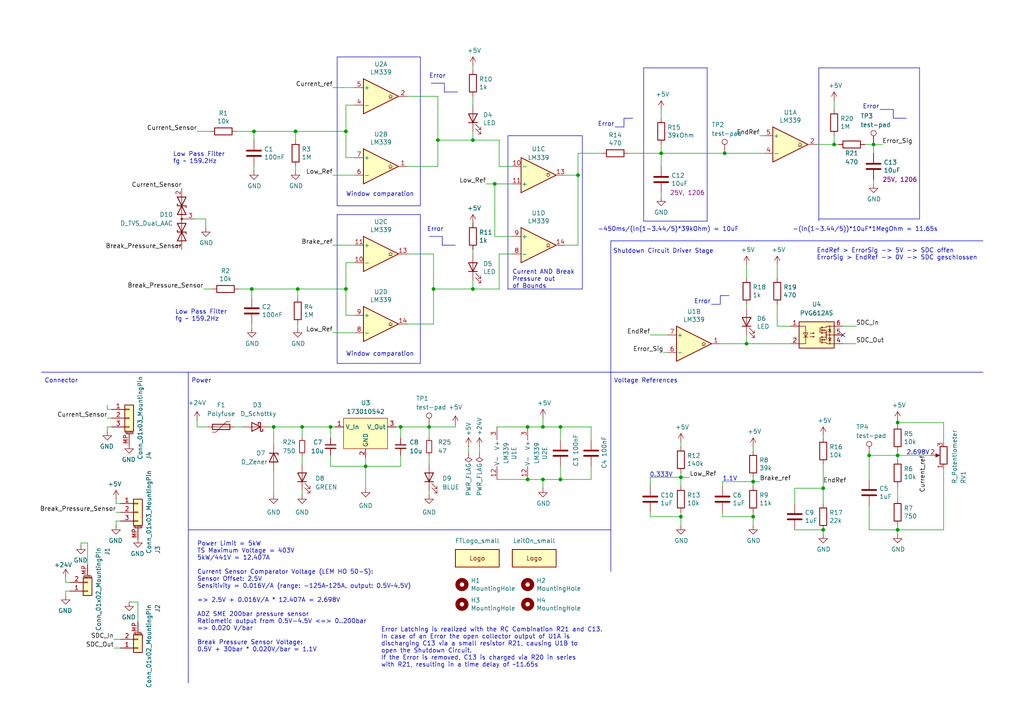
<source format=kicad_sch>
(kicad_sch
	(version 20231120)
	(generator "eeschema")
	(generator_version "8.0")
	(uuid "3b078104-7e9e-4a52-8931-d75a9f32a55c")
	(paper "A4")
	
	(junction
		(at 191.77 44.45)
		(diameter 0)
		(color 0 0 0 0)
		(uuid "02d690d3-7eb1-424b-a637-f0441c446847")
	)
	(junction
		(at 95.885 123.825)
		(diameter 0)
		(color 0 0 0 0)
		(uuid "0458f8d6-d0c3-458c-8e82-cc444fa3124f")
	)
	(junction
		(at 253.365 41.91)
		(diameter 0)
		(color 0 0 0 0)
		(uuid "06c74d33-22f4-4fde-a3fb-20ca542cd4b0")
	)
	(junction
		(at 197.485 138.43)
		(diameter 0)
		(color 0 0 0 0)
		(uuid "07d68cf4-cf26-494a-ad7d-ef3cd03594e6")
	)
	(junction
		(at 86.36 83.82)
		(diameter 0)
		(color 0 0 0 0)
		(uuid "0c064fd7-ff07-4667-bb75-8391ab6f72b5")
	)
	(junction
		(at 153.035 139.065)
		(diameter 0)
		(color 0 0 0 0)
		(uuid "0c0d150e-e401-4a19-9cc8-b434c5ff2e4c")
	)
	(junction
		(at 260.35 153.67)
		(diameter 0)
		(color 0 0 0 0)
		(uuid "112461c7-b9be-42a9-b362-6021372ba978")
	)
	(junction
		(at 218.44 149.86)
		(diameter 0)
		(color 0 0 0 0)
		(uuid "18bcc3e2-20e2-465e-932d-7d26cac36623")
	)
	(junction
		(at 153.035 123.825)
		(diameter 0)
		(color 0 0 0 0)
		(uuid "1c4342d2-bcf1-4d37-a8c2-8d777f124aa2")
	)
	(junction
		(at 157.48 139.065)
		(diameter 0)
		(color 0 0 0 0)
		(uuid "2f84e17f-2d98-4988-8b9b-c91ff5594bdf")
	)
	(junction
		(at 143.51 53.34)
		(diameter 0)
		(color 0 0 0 0)
		(uuid "30b5ee56-3720-4a2d-9ee0-78d5fbd48af0")
	)
	(junction
		(at 125.73 83.82)
		(diameter 0)
		(color 0 0 0 0)
		(uuid "3368e8f6-165f-48eb-ac32-83cb88e63377")
	)
	(junction
		(at 260.35 132.08)
		(diameter 0)
		(color 0 0 0 0)
		(uuid "43ab5b80-79a9-4b08-b8f6-496557d74bf7")
	)
	(junction
		(at 252.095 132.08)
		(diameter 0)
		(color 0 0 0 0)
		(uuid "44fc85d1-0129-44f6-a7d1-776198683d7c")
	)
	(junction
		(at 124.46 123.825)
		(diameter 0)
		(color 0 0 0 0)
		(uuid "4935f7b4-c7f7-48a5-9121-8ebe77ce7023")
	)
	(junction
		(at 127 40.64)
		(diameter 0)
		(color 0 0 0 0)
		(uuid "4a804cbc-b668-42b2-9234-66b7081b2220")
	)
	(junction
		(at 260.35 122.555)
		(diameter 0)
		(color 0 0 0 0)
		(uuid "4bb7811f-eb59-4730-bf50-2113e6571f32")
	)
	(junction
		(at 87.63 123.825)
		(diameter 0)
		(color 0 0 0 0)
		(uuid "51655b20-c8fa-46dd-b8d8-ed44ee7b58e0")
	)
	(junction
		(at 116.205 123.825)
		(diameter 0)
		(color 0 0 0 0)
		(uuid "548e3987-aa39-4ea0-9f8f-bfa1774b0b92")
	)
	(junction
		(at 137.16 40.64)
		(diameter 0)
		(color 0 0 0 0)
		(uuid "59019b33-e5d7-47a5-b697-da92c960d293")
	)
	(junction
		(at 167.64 50.8)
		(diameter 0)
		(color 0 0 0 0)
		(uuid "5d4c51cc-3039-45de-aede-c6f0bf2ba6b8")
	)
	(junction
		(at 241.935 41.91)
		(diameter 0)
		(color 0 0 0 0)
		(uuid "5fd5a07e-a9a3-48ea-88f8-c5d741b0d6b2")
	)
	(junction
		(at 218.44 139.7)
		(diameter 0)
		(color 0 0 0 0)
		(uuid "66aa2089-8ff2-4077-9185-adefd252a2c8")
	)
	(junction
		(at 210.185 44.45)
		(diameter 0)
		(color 0 0 0 0)
		(uuid "73350c8d-7141-4f80-abc3-d3171757ddd2")
	)
	(junction
		(at 238.76 153.67)
		(diameter 0)
		(color 0 0 0 0)
		(uuid "7709efe2-1390-487e-91e6-d8be8132aee9")
	)
	(junction
		(at 162.56 139.065)
		(diameter 0)
		(color 0 0 0 0)
		(uuid "8588352e-a2f9-4b66-95d7-e68f2a9c9038")
	)
	(junction
		(at 73.025 83.82)
		(diameter 0)
		(color 0 0 0 0)
		(uuid "8fa915e0-51c7-444b-8cc2-e8bb066962d7")
	)
	(junction
		(at 85.725 38.1)
		(diameter 0)
		(color 0 0 0 0)
		(uuid "a3688ae8-4672-4a89-af8c-8385ab151417")
	)
	(junction
		(at 162.56 123.825)
		(diameter 0)
		(color 0 0 0 0)
		(uuid "ae3f1345-5a2d-4f4d-ae05-dcebe084d843")
	)
	(junction
		(at 79.375 123.825)
		(diameter 0)
		(color 0 0 0 0)
		(uuid "be863020-4567-4509-bdcb-56bb803255c4")
	)
	(junction
		(at 157.48 123.825)
		(diameter 0)
		(color 0 0 0 0)
		(uuid "c6621e4e-1941-4ea1-9bfd-ebb879e0a948")
	)
	(junction
		(at 197.485 149.86)
		(diameter 0)
		(color 0 0 0 0)
		(uuid "c80b2f69-626e-4538-a37b-c1e0cbdfd599")
	)
	(junction
		(at 137.16 83.82)
		(diameter 0)
		(color 0 0 0 0)
		(uuid "cd84f5ae-cacc-4b78-9237-e9c6379a489b")
	)
	(junction
		(at 238.76 141.605)
		(diameter 0)
		(color 0 0 0 0)
		(uuid "d3799bb2-a9db-4f42-8072-f7a4360b3370")
	)
	(junction
		(at 100.33 83.82)
		(diameter 0)
		(color 0 0 0 0)
		(uuid "efc63770-6c1a-4d94-b98e-634a1e24ff45")
	)
	(junction
		(at 100.33 38.1)
		(diameter 0)
		(color 0 0 0 0)
		(uuid "f2fcb01b-f454-47c9-a1b7-a081b24ae0cf")
	)
	(junction
		(at 216.535 99.695)
		(diameter 0)
		(color 0 0 0 0)
		(uuid "fa9d8a9b-57c4-492e-8ec2-e4c36e6342f7")
	)
	(junction
		(at 73.66 38.1)
		(diameter 0)
		(color 0 0 0 0)
		(uuid "fc2323eb-cb28-44c9-bec4-7732f2cd2e68")
	)
	(junction
		(at 106.045 135.255)
		(diameter 0)
		(color 0 0 0 0)
		(uuid "fd0e4892-3053-494b-b2b0-13d651fdaf55")
	)
	(no_connect
		(at 244.475 97.155)
		(uuid "d3ddf772-ea98-490c-bf6e-303d1758f40b")
	)
	(polyline
		(pts
			(xy 97.79 59.69) (xy 97.79 16.51)
		)
		(stroke
			(width 0)
			(type default)
		)
		(uuid "001e511e-de57-4a85-9bab-dd234b1015fa")
	)
	(polyline
		(pts
			(xy 125.095 24.13) (xy 128.905 24.13)
		)
		(stroke
			(width 0)
			(type solid)
		)
		(uuid "0078c7ef-7e33-44d6-b635-4885fd7831ca")
	)
	(wire
		(pts
			(xy 32.385 121.285) (xy 31.115 121.285)
		)
		(stroke
			(width 0)
			(type default)
		)
		(uuid "00b14196-a93a-4f20-b3c2-8e9db93cec6f")
	)
	(wire
		(pts
			(xy 137.16 27.94) (xy 137.16 30.48)
		)
		(stroke
			(width 0)
			(type default)
		)
		(uuid "00dc4daf-f5b5-4889-a6f1-e85d8f7b08c8")
	)
	(wire
		(pts
			(xy 140.97 53.34) (xy 143.51 53.34)
		)
		(stroke
			(width 0)
			(type default)
		)
		(uuid "01f2e5d3-4296-4677-bff4-8d113ba07bd3")
	)
	(wire
		(pts
			(xy 238.76 126.365) (xy 238.76 127)
		)
		(stroke
			(width 0)
			(type default)
		)
		(uuid "024a4d45-f78d-4557-9f62-8f2c4b21d132")
	)
	(wire
		(pts
			(xy 243.205 41.91) (xy 241.935 41.91)
		)
		(stroke
			(width 0)
			(type default)
		)
		(uuid "044387c8-7065-4901-b719-a6c257a2745b")
	)
	(wire
		(pts
			(xy 197.485 149.86) (xy 197.485 152.4)
		)
		(stroke
			(width 0)
			(type default)
		)
		(uuid "0597ed0d-4656-46d5-af17-2d9c89c7fd61")
	)
	(wire
		(pts
			(xy 163.83 71.12) (xy 167.64 71.12)
		)
		(stroke
			(width 0)
			(type default)
		)
		(uuid "061beca8-7fa4-470e-8d52-2be35660c92e")
	)
	(wire
		(pts
			(xy 273.685 153.67) (xy 260.35 153.67)
		)
		(stroke
			(width 0)
			(type default)
		)
		(uuid "0a396313-07ab-4f53-9146-483e6f1547fc")
	)
	(wire
		(pts
			(xy 230.505 141.605) (xy 238.76 141.605)
		)
		(stroke
			(width 0)
			(type default)
		)
		(uuid "0b6bf03c-7b37-4526-b905-aaeacce58b2a")
	)
	(wire
		(pts
			(xy 106.045 132.715) (xy 106.045 135.255)
		)
		(stroke
			(width 0)
			(type default)
		)
		(uuid "0c33e869-acbf-41d4-b086-12b2f47c41f9")
	)
	(wire
		(pts
			(xy 252.095 132.08) (xy 260.35 132.08)
		)
		(stroke
			(width 0)
			(type default)
		)
		(uuid "0cc0b05b-d9e3-468f-b0ec-bb2d7b05cad6")
	)
	(wire
		(pts
			(xy 137.16 83.82) (xy 144.78 83.82)
		)
		(stroke
			(width 0)
			(type default)
		)
		(uuid "0d07fcd0-f92e-413f-ac02-3d86fb67e7ad")
	)
	(wire
		(pts
			(xy 100.33 83.82) (xy 100.33 91.44)
		)
		(stroke
			(width 0)
			(type default)
		)
		(uuid "0d94ae63-5f0d-4821-b883-bd63b5162d65")
	)
	(wire
		(pts
			(xy 137.16 81.28) (xy 137.16 83.82)
		)
		(stroke
			(width 0)
			(type default)
		)
		(uuid "0f223f09-e7ec-4975-a031-a23d16355a82")
	)
	(wire
		(pts
			(xy 144.78 48.26) (xy 144.78 40.64)
		)
		(stroke
			(width 0)
			(type default)
		)
		(uuid "0f8741af-8122-4c88-bec3-b4327e4feb9b")
	)
	(wire
		(pts
			(xy 238.76 134.62) (xy 238.76 141.605)
		)
		(stroke
			(width 0)
			(type default)
		)
		(uuid "10a0b4ae-27da-4447-8abc-2d3ac8f3d620")
	)
	(wire
		(pts
			(xy 191.77 55.88) (xy 191.77 57.15)
		)
		(stroke
			(width 0)
			(type default)
		)
		(uuid "10f1da89-6f6a-46cb-a319-375bc5280e4b")
	)
	(wire
		(pts
			(xy 188.595 149.86) (xy 197.485 149.86)
		)
		(stroke
			(width 0)
			(type default)
		)
		(uuid "120c46a5-1723-47ce-8724-833f29687cb8")
	)
	(polyline
		(pts
			(xy 180.975 34.29) (xy 183.515 34.29)
		)
		(stroke
			(width 0)
			(type solid)
		)
		(uuid "1289eba9-c355-42e3-b3a8-46ea8c858553")
	)
	(wire
		(pts
			(xy 230.505 153.67) (xy 238.76 153.67)
		)
		(stroke
			(width 0)
			(type default)
		)
		(uuid "13eae7a8-c8d4-4a74-a325-219af8799895")
	)
	(wire
		(pts
			(xy 236.855 41.91) (xy 241.935 41.91)
		)
		(stroke
			(width 0)
			(type default)
		)
		(uuid "14034313-28ce-418b-9c1d-68184c5ad3f6")
	)
	(wire
		(pts
			(xy 116.205 123.825) (xy 124.46 123.825)
		)
		(stroke
			(width 0)
			(type default)
		)
		(uuid "1403f7d1-64a3-48fe-90d3-dc853604b652")
	)
	(wire
		(pts
			(xy 191.77 44.45) (xy 191.77 41.91)
		)
		(stroke
			(width 0)
			(type default)
		)
		(uuid "14976ad9-7af3-449e-969a-dabe604db984")
	)
	(wire
		(pts
			(xy 209.55 148.59) (xy 209.55 149.86)
		)
		(stroke
			(width 0)
			(type default)
		)
		(uuid "17abc560-a41b-47dc-ab11-11014fe7bfcc")
	)
	(wire
		(pts
			(xy 157.48 139.065) (xy 162.56 139.065)
		)
		(stroke
			(width 0)
			(type default)
		)
		(uuid "188001dc-f484-4138-a372-50f5ca12ac0c")
	)
	(wire
		(pts
			(xy 124.46 123.825) (xy 124.46 127)
		)
		(stroke
			(width 0)
			(type default)
		)
		(uuid "1befc1e9-d449-4d05-affd-ff63fbb6178a")
	)
	(wire
		(pts
			(xy 68.58 38.1) (xy 73.66 38.1)
		)
		(stroke
			(width 0)
			(type default)
		)
		(uuid "1ccafd5e-08c7-4535-b73b-f77c1ba21da5")
	)
	(wire
		(pts
			(xy 244.475 99.695) (xy 248.285 99.695)
		)
		(stroke
			(width 0)
			(type default)
		)
		(uuid "1d0a5ef0-0b22-45f2-9605-f2d62c596f35")
	)
	(wire
		(pts
			(xy 127 40.64) (xy 137.16 40.64)
		)
		(stroke
			(width 0)
			(type default)
		)
		(uuid "1d3861ad-bf1a-4b41-910a-1bcd44423bf6")
	)
	(polyline
		(pts
			(xy 121.92 16.51) (xy 121.92 59.69)
		)
		(stroke
			(width 0)
			(type default)
		)
		(uuid "1eda520c-dec0-4da9-bfcd-5279b8cdac81")
	)
	(wire
		(pts
			(xy 260.35 152.4) (xy 260.35 153.67)
		)
		(stroke
			(width 0)
			(type default)
		)
		(uuid "1ee67f8b-5604-4109-8297-33f5cc49f0fd")
	)
	(wire
		(pts
			(xy 79.375 123.825) (xy 87.63 123.825)
		)
		(stroke
			(width 0)
			(type default)
		)
		(uuid "1f07c4d0-8f68-40c2-aebb-120a9effec3b")
	)
	(wire
		(pts
			(xy 106.045 135.255) (xy 116.205 135.255)
		)
		(stroke
			(width 0)
			(type default)
		)
		(uuid "216fb90c-6f87-40dd-b949-62be97dd97df")
	)
	(wire
		(pts
			(xy 125.73 93.98) (xy 118.11 93.98)
		)
		(stroke
			(width 0)
			(type default)
		)
		(uuid "21d74ba7-2814-4833-9cbb-22ad5d79d3dc")
	)
	(wire
		(pts
			(xy 60.325 123.825) (xy 57.15 123.825)
		)
		(stroke
			(width 0)
			(type default)
		)
		(uuid "21f43952-e581-4625-b646-a8a272a514b9")
	)
	(wire
		(pts
			(xy 253.365 41.91) (xy 253.365 44.45)
		)
		(stroke
			(width 0)
			(type default)
		)
		(uuid "22d99b63-8bea-48c9-98e6-eda12c7977f1")
	)
	(polyline
		(pts
			(xy 237.49 63.5) (xy 266.7 63.5)
		)
		(stroke
			(width 0)
			(type default)
		)
		(uuid "236a00e1-e639-44d1-a1d4-60cd441d82e9")
	)
	(wire
		(pts
			(xy 73.66 48.26) (xy 73.66 49.53)
		)
		(stroke
			(width 0)
			(type default)
		)
		(uuid "25e092fc-deed-47a1-b6a0-7cdef9fd2396")
	)
	(polyline
		(pts
			(xy 206.375 88.265) (xy 208.915 88.265)
		)
		(stroke
			(width 0)
			(type solid)
		)
		(uuid "27d993d8-7612-42b8-aff0-342c28898a00")
	)
	(polyline
		(pts
			(xy 128.905 26.67) (xy 132.715 26.67)
		)
		(stroke
			(width 0)
			(type solid)
		)
		(uuid "2876d16e-097a-47f2-b487-a17ed0f36d5f")
	)
	(wire
		(pts
			(xy 241.935 29.21) (xy 241.935 31.75)
		)
		(stroke
			(width 0)
			(type default)
		)
		(uuid "2a493b31-a13a-4aed-a683-bea3c889beb0")
	)
	(wire
		(pts
			(xy 85.725 40.64) (xy 85.725 38.1)
		)
		(stroke
			(width 0)
			(type default)
		)
		(uuid "2a831477-d633-447d-8624-5be1b843e471")
	)
	(wire
		(pts
			(xy 86.36 83.82) (xy 100.33 83.82)
		)
		(stroke
			(width 0)
			(type default)
		)
		(uuid "2a944ed6-4ad9-4711-8528-f6dda82d3d91")
	)
	(polyline
		(pts
			(xy 54.61 107.95) (xy 54.61 198.12)
		)
		(stroke
			(width 0)
			(type default)
		)
		(uuid "2b9bbbcf-3e95-4bba-a878-0c0c16d5b02d")
	)
	(wire
		(pts
			(xy 218.44 139.7) (xy 218.44 140.97)
		)
		(stroke
			(width 0)
			(type default)
		)
		(uuid "2d095b22-d27f-410c-80cb-80e19a581eff")
	)
	(wire
		(pts
			(xy 118.11 27.94) (xy 127 27.94)
		)
		(stroke
			(width 0)
			(type default)
		)
		(uuid "3013cdc8-80db-42e1-8d05-754e7cdf0f06")
	)
	(wire
		(pts
			(xy 34.925 146.05) (xy 33.655 146.05)
		)
		(stroke
			(width 0)
			(type default)
		)
		(uuid "3014a030-2b92-4ea9-aa44-389b15d5c7c4")
	)
	(wire
		(pts
			(xy 20.32 168.91) (xy 19.05 168.91)
		)
		(stroke
			(width 0)
			(type default)
		)
		(uuid "31f2526e-be2e-443d-bd80-493dc079c3f1")
	)
	(wire
		(pts
			(xy 95.885 123.825) (xy 95.885 127)
		)
		(stroke
			(width 0)
			(type default)
		)
		(uuid "33105f4b-f47b-4119-aa7e-e2906461987f")
	)
	(polyline
		(pts
			(xy 128.905 24.13) (xy 128.905 26.67)
		)
		(stroke
			(width 0)
			(type solid)
		)
		(uuid "3639d1d8-9a8b-4479-9419-0bbf03c83844")
	)
	(wire
		(pts
			(xy 148.59 48.26) (xy 144.78 48.26)
		)
		(stroke
			(width 0)
			(type default)
		)
		(uuid "39d81bf0-761a-4c95-a8ea-2b60e098a8f2")
	)
	(wire
		(pts
			(xy 87.63 132.08) (xy 87.63 134.62)
		)
		(stroke
			(width 0)
			(type default)
		)
		(uuid "3b94f7cc-1bbe-4f9e-9bf5-f9c0f6183298")
	)
	(wire
		(pts
			(xy 225.425 94.615) (xy 229.235 94.615)
		)
		(stroke
			(width 0)
			(type default)
		)
		(uuid "3d001dc4-94bc-4f7e-950c-757374016f54")
	)
	(wire
		(pts
			(xy 124.46 142.24) (xy 124.46 143.51)
		)
		(stroke
			(width 0)
			(type default)
		)
		(uuid "3d868ad1-914e-4bbc-8c72-aa09bdf2f744")
	)
	(wire
		(pts
			(xy 87.63 123.825) (xy 87.63 127)
		)
		(stroke
			(width 0)
			(type default)
		)
		(uuid "3dc14943-d1aa-4203-b279-84ace039c92e")
	)
	(wire
		(pts
			(xy 216.535 88.265) (xy 216.535 89.535)
		)
		(stroke
			(width 0)
			(type default)
		)
		(uuid "3dd28df5-363b-4563-91b9-3a214c0a7204")
	)
	(wire
		(pts
			(xy 137.16 40.64) (xy 144.78 40.64)
		)
		(stroke
			(width 0)
			(type default)
		)
		(uuid "4063ed0f-5e2f-4106-900d-656097b1ea94")
	)
	(wire
		(pts
			(xy 143.51 68.58) (xy 148.59 68.58)
		)
		(stroke
			(width 0)
			(type default)
		)
		(uuid "45bd3f3d-f7b4-4793-8d20-9cfb29ce164c")
	)
	(polyline
		(pts
			(xy 168.91 39.37) (xy 168.91 83.82)
		)
		(stroke
			(width 0)
			(type default)
		)
		(uuid "464696f4-8924-40b8-9f30-3aac5ba7902e")
	)
	(wire
		(pts
			(xy 33.655 152.4) (xy 33.655 151.13)
		)
		(stroke
			(width 0)
			(type default)
		)
		(uuid "4651fa25-82b9-44b9-8981-909315c2b2fb")
	)
	(wire
		(pts
			(xy 59.055 83.82) (xy 61.595 83.82)
		)
		(stroke
			(width 0)
			(type default)
		)
		(uuid "46a97759-619f-44ab-a056-49f30ef50f47")
	)
	(wire
		(pts
			(xy 218.44 138.43) (xy 218.44 139.7)
		)
		(stroke
			(width 0)
			(type default)
		)
		(uuid "48c4fc06-0c85-48af-b2cf-6878e20db610")
	)
	(wire
		(pts
			(xy 32.385 123.825) (xy 31.115 123.825)
		)
		(stroke
			(width 0)
			(type default)
		)
		(uuid "4a443806-848f-44d8-8c49-e628577502b9")
	)
	(wire
		(pts
			(xy 188.595 97.155) (xy 193.675 97.155)
		)
		(stroke
			(width 0)
			(type default)
		)
		(uuid "4c9e552f-8ede-4c66-8d24-025ae040e7ad")
	)
	(polyline
		(pts
			(xy 121.92 59.69) (xy 97.79 59.69)
		)
		(stroke
			(width 0)
			(type default)
		)
		(uuid "4f5d1f21-ccd7-4ff7-a7bc-9fd9e11790a9")
	)
	(polyline
		(pts
			(xy 259.08 34.29) (xy 262.89 34.29)
		)
		(stroke
			(width 0)
			(type solid)
		)
		(uuid "4fbd31df-b708-475e-88d1-cf11f1d86d67")
	)
	(wire
		(pts
			(xy 260.35 132.08) (xy 269.875 132.08)
		)
		(stroke
			(width 0)
			(type default)
		)
		(uuid "512b2b08-f402-4cc7-87ce-98dcdc1e29b9")
	)
	(polyline
		(pts
			(xy 147.32 39.37) (xy 147.32 83.82)
		)
		(stroke
			(width 0)
			(type default)
		)
		(uuid "5373489d-609a-44ad-8d47-ae922f4f39b0")
	)
	(polyline
		(pts
			(xy 205.105 19.685) (xy 186.69 19.685)
		)
		(stroke
			(width 0)
			(type default)
		)
		(uuid "54f404ca-28f7-4fed-87e6-df6bdf53b8bf")
	)
	(polyline
		(pts
			(xy 97.79 62.23) (xy 121.92 62.23)
		)
		(stroke
			(width 0)
			(type default)
		)
		(uuid "588a8328-0c06-43ea-ba0a-a9a5875263e7")
	)
	(wire
		(pts
			(xy 73.025 93.98) (xy 73.025 95.25)
		)
		(stroke
			(width 0)
			(type default)
		)
		(uuid "58ce2a38-3c32-4467-8882-267205ef6cce")
	)
	(wire
		(pts
			(xy 125.73 83.82) (xy 125.73 93.98)
		)
		(stroke
			(width 0)
			(type default)
		)
		(uuid "5a23084a-1682-40a1-8b13-4820af964169")
	)
	(polyline
		(pts
			(xy 128.27 68.58) (xy 128.27 71.12)
		)
		(stroke
			(width 0)
			(type solid)
		)
		(uuid "5b6279b8-3d2b-46e6-afb2-6b2a6fb38bbd")
	)
	(wire
		(pts
			(xy 96.52 96.52) (xy 102.87 96.52)
		)
		(stroke
			(width 0)
			(type default)
		)
		(uuid "5c6ed078-a2bc-403a-9b34-0d133236d753")
	)
	(polyline
		(pts
			(xy 121.92 105.41) (xy 97.79 105.41)
		)
		(stroke
			(width 0)
			(type default)
		)
		(uuid "5c70cea8-9769-415b-bcc7-f8bb41a0c9b2")
	)
	(wire
		(pts
			(xy 59.69 63.5) (xy 56.515 63.5)
		)
		(stroke
			(width 0)
			(type default)
		)
		(uuid "5f4cd65c-e6b0-4c31-ae3d-9d27e7f64832")
	)
	(wire
		(pts
			(xy 127 40.64) (xy 127 27.94)
		)
		(stroke
			(width 0)
			(type default)
		)
		(uuid "600bbab9-7f19-4ea4-b617-73b78b70e2c1")
	)
	(wire
		(pts
			(xy 137.16 19.05) (xy 137.16 20.32)
		)
		(stroke
			(width 0)
			(type default)
		)
		(uuid "601b497d-e5df-4108-a523-828b4551291e")
	)
	(wire
		(pts
			(xy 260.35 122.555) (xy 273.685 122.555)
		)
		(stroke
			(width 0)
			(type default)
		)
		(uuid "609f1ec7-9cce-4499-900e-512147397fb4")
	)
	(wire
		(pts
			(xy 260.35 140.97) (xy 260.35 144.78)
		)
		(stroke
			(width 0)
			(type default)
		)
		(uuid "62de040a-9468-466e-bf45-b1f612f34b5d")
	)
	(wire
		(pts
			(xy 252.095 153.67) (xy 260.35 153.67)
		)
		(stroke
			(width 0)
			(type default)
		)
		(uuid "641ade85-6bbd-4eba-99a2-1461307da5c0")
	)
	(wire
		(pts
			(xy 87.63 142.24) (xy 87.63 143.51)
		)
		(stroke
			(width 0)
			(type default)
		)
		(uuid "649d226e-d908-4fb5-8991-0af73607b009")
	)
	(wire
		(pts
			(xy 96.52 71.12) (xy 102.87 71.12)
		)
		(stroke
			(width 0)
			(type default)
		)
		(uuid "64be79ff-65eb-4a3a-bf4b-f5e204971850")
	)
	(wire
		(pts
			(xy 210.185 44.45) (xy 221.615 44.45)
		)
		(stroke
			(width 0)
			(type default)
		)
		(uuid "6abcf0e1-bc51-4895-8d1d-d9053c606b20")
	)
	(wire
		(pts
			(xy 135.89 129.54) (xy 135.89 131.445)
		)
		(stroke
			(width 0)
			(type default)
		)
		(uuid "6d5da032-665f-470c-9634-018ffe27154b")
	)
	(wire
		(pts
			(xy 78.105 123.825) (xy 79.375 123.825)
		)
		(stroke
			(width 0)
			(type default)
		)
		(uuid "6edfb8a9-8cc9-42e4-8258-00d0e8e0202c")
	)
	(wire
		(pts
			(xy 102.87 76.2) (xy 100.33 76.2)
		)
		(stroke
			(width 0)
			(type default)
		)
		(uuid "708aa86d-bf05-4c57-aaae-6df603e15a2e")
	)
	(wire
		(pts
			(xy 114.935 123.825) (xy 116.205 123.825)
		)
		(stroke
			(width 0)
			(type default)
		)
		(uuid "7097e522-77cd-43b1-8ac8-1ba3b7f41191")
	)
	(polyline
		(pts
			(xy 147.32 83.82) (xy 168.91 83.82)
		)
		(stroke
			(width 0)
			(type default)
		)
		(uuid "70f2f59e-d26a-4945-859b-cb890c9d15da")
	)
	(wire
		(pts
			(xy 216.535 99.695) (xy 208.915 99.695)
		)
		(stroke
			(width 0)
			(type default)
		)
		(uuid "71feb915-488e-4dff-851c-13304d9e648c")
	)
	(wire
		(pts
			(xy 188.595 138.43) (xy 188.595 140.97)
		)
		(stroke
			(width 0)
			(type default)
		)
		(uuid "736337ad-7c35-4001-ba96-09066e183edd")
	)
	(wire
		(pts
			(xy 73.025 83.82) (xy 86.36 83.82)
		)
		(stroke
			(width 0)
			(type default)
		)
		(uuid "738d50ac-2592-4f26-bae9-6debec8e4e85")
	)
	(polyline
		(pts
			(xy 180.975 36.83) (xy 180.975 34.29)
		)
		(stroke
			(width 0)
			(type solid)
		)
		(uuid "74fbde27-3525-488a-8484-501309e98b13")
	)
	(wire
		(pts
			(xy 96.52 25.4) (xy 102.87 25.4)
		)
		(stroke
			(width 0)
			(type default)
		)
		(uuid "7641fc4e-3dd4-4bd7-b699-8138af94aa90")
	)
	(polyline
		(pts
			(xy 186.69 19.685) (xy 186.69 64.135)
		)
		(stroke
			(width 0)
			(type default)
		)
		(uuid "7674f190-796f-4bd8-85c0-1bec074adfdb")
	)
	(polyline
		(pts
			(xy 97.79 105.41) (xy 97.79 62.23)
		)
		(stroke
			(width 0)
			(type default)
		)
		(uuid "7766a5db-d545-4a0c-beb1-8abcda00e205")
	)
	(wire
		(pts
			(xy 100.33 45.72) (xy 102.87 45.72)
		)
		(stroke
			(width 0)
			(type default)
		)
		(uuid "7844f367-70a2-40d8-ba8f-ff033f5d6977")
	)
	(wire
		(pts
			(xy 57.15 123.825) (xy 57.15 121.92)
		)
		(stroke
			(width 0)
			(type default)
		)
		(uuid "7ad9f868-8fb2-4e1d-9f5f-2a059a17f32a")
	)
	(wire
		(pts
			(xy 209.55 139.7) (xy 209.55 140.97)
		)
		(stroke
			(width 0)
			(type default)
		)
		(uuid "7c5f0b29-5814-4f07-a24f-06b2f0303fa8")
	)
	(polyline
		(pts
			(xy 186.69 64.135) (xy 205.105 64.135)
		)
		(stroke
			(width 0)
			(type default)
		)
		(uuid "7d1887cf-0537-4b67-b1d3-7fbdeffeca64")
	)
	(wire
		(pts
			(xy 73.66 38.1) (xy 73.66 40.64)
		)
		(stroke
			(width 0)
			(type default)
		)
		(uuid "7f0b9979-b71e-485b-b4f5-832749647b9d")
	)
	(wire
		(pts
			(xy 248.285 94.615) (xy 244.475 94.615)
		)
		(stroke
			(width 0)
			(type default)
		)
		(uuid "806ed57f-a53b-4b4b-a18a-0a4cc392cc84")
	)
	(wire
		(pts
			(xy 157.48 121.285) (xy 157.48 123.825)
		)
		(stroke
			(width 0)
			(type default)
		)
		(uuid "80eb8b13-ad1d-4b8d-b97d-32b9bd5b67c4")
	)
	(wire
		(pts
			(xy 197.485 128.27) (xy 197.485 129.54)
		)
		(stroke
			(width 0)
			(type default)
		)
		(uuid "853f63b4-82c5-4d12-b58d-488e3212b24c")
	)
	(wire
		(pts
			(xy 157.48 123.825) (xy 162.56 123.825)
		)
		(stroke
			(width 0)
			(type default)
		)
		(uuid "8543a557-ae40-469a-91bc-7ee90405d181")
	)
	(wire
		(pts
			(xy 253.365 52.07) (xy 253.365 53.34)
		)
		(stroke
			(width 0)
			(type default)
		)
		(uuid "85a0f3a5-268b-40c3-abd6-a8f0e4bc85a6")
	)
	(wire
		(pts
			(xy 238.76 153.67) (xy 238.76 154.94)
		)
		(stroke
			(width 0)
			(type default)
		)
		(uuid "86875330-ff76-4e25-b30a-1817080df15f")
	)
	(wire
		(pts
			(xy 153.035 123.825) (xy 157.48 123.825)
		)
		(stroke
			(width 0)
			(type default)
		)
		(uuid "87df2899-3b9e-436c-8917-6fee4ae4eb3d")
	)
	(wire
		(pts
			(xy 144.145 123.825) (xy 153.035 123.825)
		)
		(stroke
			(width 0)
			(type default)
		)
		(uuid "882ccace-32df-4a77-99db-1439be4f6f64")
	)
	(wire
		(pts
			(xy 95.885 132.08) (xy 95.885 135.255)
		)
		(stroke
			(width 0)
			(type default)
		)
		(uuid "88ff9093-8d75-4c2b-bf8f-3c46a5df128a")
	)
	(wire
		(pts
			(xy 167.64 50.8) (xy 163.83 50.8)
		)
		(stroke
			(width 0)
			(type default)
		)
		(uuid "8a491fca-e998-4b94-b713-5a1667b2c7c2")
	)
	(wire
		(pts
			(xy 218.44 149.86) (xy 218.44 152.4)
		)
		(stroke
			(width 0)
			(type default)
		)
		(uuid "8ad2b125-cd02-4535-9a5d-631b96e88032")
	)
	(wire
		(pts
			(xy 162.56 123.825) (xy 171.45 123.825)
		)
		(stroke
			(width 0)
			(type default)
		)
		(uuid "8ba55fb3-8db2-4277-884f-2bce1355cf54")
	)
	(polyline
		(pts
			(xy 178.435 36.83) (xy 180.975 36.83)
		)
		(stroke
			(width 0)
			(type solid)
		)
		(uuid "8c457f7f-b5f6-466d-bea8-12b38b608338")
	)
	(polyline
		(pts
			(xy 266.7 19.685) (xy 266.7 63.5)
		)
		(stroke
			(width 0)
			(type default)
		)
		(uuid "8cc23b6a-73fd-4c95-9e74-84ea83042d6b")
	)
	(wire
		(pts
			(xy 273.685 135.89) (xy 273.685 153.67)
		)
		(stroke
			(width 0)
			(type default)
		)
		(uuid "8d898212-f734-461b-a672-bc2f933ef973")
	)
	(wire
		(pts
			(xy 32.385 118.745) (xy 31.115 118.745)
		)
		(stroke
			(width 0)
			(type default)
		)
		(uuid "8da7390e-b891-4d83-a231-b46390bf5713")
	)
	(wire
		(pts
			(xy 34.925 151.13) (xy 33.655 151.13)
		)
		(stroke
			(width 0)
			(type default)
		)
		(uuid "8eb885ec-27fa-40d7-bf51-33e42fe3bf01")
	)
	(wire
		(pts
			(xy 225.425 76.835) (xy 225.425 80.645)
		)
		(stroke
			(width 0)
			(type default)
		)
		(uuid "8f57bc11-c785-4fc6-81a2-3383b86a612b")
	)
	(wire
		(pts
			(xy 95.885 123.825) (xy 97.155 123.825)
		)
		(stroke
			(width 0)
			(type default)
		)
		(uuid "8fcb4e5c-ba40-48d6-be53-57fe310f184e")
	)
	(wire
		(pts
			(xy 216.535 97.155) (xy 216.535 99.695)
		)
		(stroke
			(width 0)
			(type default)
		)
		(uuid "906e4ff9-665e-4cb5-80e5-8ca2e618c4bc")
	)
	(wire
		(pts
			(xy 40.005 174.625) (xy 40.005 180.34)
		)
		(stroke
			(width 0)
			(type default)
		)
		(uuid "9101f307-16cc-4e41-8cdb-c12754a539c1")
	)
	(wire
		(pts
			(xy 218.44 148.59) (xy 218.44 149.86)
		)
		(stroke
			(width 0)
			(type default)
		)
		(uuid "914a66dd-0116-4f07-8d31-a37f9d606019")
	)
	(wire
		(pts
			(xy 69.215 83.82) (xy 73.025 83.82)
		)
		(stroke
			(width 0)
			(type default)
		)
		(uuid "91fc3c78-9d36-44f1-b514-a962c809ec34")
	)
	(wire
		(pts
			(xy 250.825 41.91) (xy 253.365 41.91)
		)
		(stroke
			(width 0)
			(type default)
		)
		(uuid "9234c646-e20a-4593-af6b-c8a5dcbd51d4")
	)
	(wire
		(pts
			(xy 197.485 138.43) (xy 197.485 140.97)
		)
		(stroke
			(width 0)
			(type default)
		)
		(uuid "92dc6f5e-25a3-4bfb-9fb3-ddb92ce66627")
	)
	(wire
		(pts
			(xy 218.44 139.7) (xy 209.55 139.7)
		)
		(stroke
			(width 0)
			(type default)
		)
		(uuid "934cb7ad-0508-46fb-a83e-985e00564717")
	)
	(polyline
		(pts
			(xy 147.32 39.37) (xy 168.91 39.37)
		)
		(stroke
			(width 0)
			(type default)
		)
		(uuid "93565e28-e235-4fc4-803a-3acf4d72ffc5")
	)
	(polyline
		(pts
			(xy 177.165 69.85) (xy 285.115 69.85)
		)
		(stroke
			(width 0)
			(type default)
		)
		(uuid "94013b7a-59a0-4273-90bc-da95c8db1a0c")
	)
	(wire
		(pts
			(xy 85.725 48.26) (xy 85.725 49.53)
		)
		(stroke
			(width 0)
			(type default)
		)
		(uuid "943907ec-586e-4127-a3bd-bb7bd746b2d3")
	)
	(wire
		(pts
			(xy 143.51 53.34) (xy 148.59 53.34)
		)
		(stroke
			(width 0)
			(type default)
		)
		(uuid "9542ce02-813b-4f41-8521-f5b253987a24")
	)
	(wire
		(pts
			(xy 87.63 123.825) (xy 95.885 123.825)
		)
		(stroke
			(width 0)
			(type default)
		)
		(uuid "97543a4a-ef34-45d2-9b8b-e833e35302fa")
	)
	(wire
		(pts
			(xy 125.73 73.66) (xy 125.73 83.82)
		)
		(stroke
			(width 0)
			(type default)
		)
		(uuid "97b637c1-55ad-484e-9ddb-95fa03b2b2cd")
	)
	(wire
		(pts
			(xy 229.235 99.695) (xy 216.535 99.695)
		)
		(stroke
			(width 0)
			(type default)
		)
		(uuid "9821d49b-effc-45f5-87d4-20e5551537f3")
	)
	(wire
		(pts
			(xy 191.77 44.45) (xy 191.77 48.26)
		)
		(stroke
			(width 0)
			(type default)
		)
		(uuid "987080df-e9b2-4df6-8bf5-1fe9f4284f23")
	)
	(wire
		(pts
			(xy 33.655 144.78) (xy 33.655 146.05)
		)
		(stroke
			(width 0)
			(type default)
		)
		(uuid "98de0a24-2348-4676-82fa-239c195769a6")
	)
	(polyline
		(pts
			(xy 255.27 31.75) (xy 259.08 31.75)
		)
		(stroke
			(width 0)
			(type solid)
		)
		(uuid "992f07d9-bfd1-47c8-92dd-80a567d43861")
	)
	(wire
		(pts
			(xy 273.685 122.555) (xy 273.685 128.27)
		)
		(stroke
			(width 0)
			(type default)
		)
		(uuid "9d5be662-a22d-4c9f-864d-9b9835ca92b2")
	)
	(wire
		(pts
			(xy 73.025 86.36) (xy 73.025 83.82)
		)
		(stroke
			(width 0)
			(type default)
		)
		(uuid "9e1fbc47-56c3-42b0-a174-79ac5cca7685")
	)
	(wire
		(pts
			(xy 96.52 50.8) (xy 102.87 50.8)
		)
		(stroke
			(width 0)
			(type default)
		)
		(uuid "9e2c6809-1d8f-46b8-8348-21fb1272bdd2")
	)
	(wire
		(pts
			(xy 171.45 135.255) (xy 171.45 139.065)
		)
		(stroke
			(width 0)
			(type default)
		)
		(uuid "9e6fa4d7-7609-4713-99d3-81a086429362")
	)
	(polyline
		(pts
			(xy 237.49 19.685) (xy 237.49 64.135)
		)
		(stroke
			(width 0)
			(type default)
		)
		(uuid "a13d3e97-e748-4a06-b00e-228fb37c0b0c")
	)
	(wire
		(pts
			(xy 255.905 41.91) (xy 253.365 41.91)
		)
		(stroke
			(width 0)
			(type default)
		)
		(uuid "a1ce4b15-5b1d-480f-b785-f15e18b0c41a")
	)
	(wire
		(pts
			(xy 218.44 129.54) (xy 218.44 130.81)
		)
		(stroke
			(width 0)
			(type default)
		)
		(uuid "a32e9ec3-b492-49f9-bf81-141e733acc59")
	)
	(wire
		(pts
			(xy 191.77 44.45) (xy 210.185 44.45)
		)
		(stroke
			(width 0)
			(type default)
		)
		(uuid "a3a1f9cd-fd2c-4c52-a45c-962ccbed39da")
	)
	(wire
		(pts
			(xy 100.33 91.44) (xy 102.87 91.44)
		)
		(stroke
			(width 0)
			(type default)
		)
		(uuid "a4f76639-f23b-4da3-af7c-8e6513ca1ae9")
	)
	(polyline
		(pts
			(xy 266.7 19.685) (xy 237.49 19.685)
		)
		(stroke
			(width 0)
			(type default)
		)
		(uuid "a5de92f8-016f-4396-9a5a-cd4ea2049f22")
	)
	(wire
		(pts
			(xy 116.205 132.08) (xy 116.205 135.255)
		)
		(stroke
			(width 0)
			(type default)
		)
		(uuid "a7b8884f-7447-486d-b5d1-96f4310fafe2")
	)
	(wire
		(pts
			(xy 85.725 38.1) (xy 100.33 38.1)
		)
		(stroke
			(width 0)
			(type default)
		)
		(uuid "a83a7d88-3c8a-485e-9470-8add6b9883f6")
	)
	(polyline
		(pts
			(xy 208.915 88.265) (xy 208.915 85.725)
		)
		(stroke
			(width 0)
			(type solid)
		)
		(uuid "a89d5ac0-a70f-4cef-8759-19d96198a822")
	)
	(wire
		(pts
			(xy 59.69 66.04) (xy 59.69 63.5)
		)
		(stroke
			(width 0)
			(type default)
		)
		(uuid "a96d972a-da97-4415-a074-376abc811d0f")
	)
	(wire
		(pts
			(xy 230.505 146.05) (xy 230.505 141.605)
		)
		(stroke
			(width 0)
			(type default)
		)
		(uuid "a9ec6472-216d-49ff-a6bc-31da70717e3d")
	)
	(wire
		(pts
			(xy 23.495 157.48) (xy 23.495 158.115)
		)
		(stroke
			(width 0)
			(type default)
		)
		(uuid "aa1ff7c7-b73b-4749-9cd4-e961742f41be")
	)
	(wire
		(pts
			(xy 220.345 139.7) (xy 218.44 139.7)
		)
		(stroke
			(width 0)
			(type default)
		)
		(uuid "ab49f29c-39ad-43db-86b1-bf207d76c9d5")
	)
	(wire
		(pts
			(xy 100.33 76.2) (xy 100.33 83.82)
		)
		(stroke
			(width 0)
			(type default)
		)
		(uuid "ae971fb3-2817-4c08-a70b-777a233fc7cf")
	)
	(wire
		(pts
			(xy 241.935 41.91) (xy 241.935 39.37)
		)
		(stroke
			(width 0)
			(type default)
		)
		(uuid "af60606b-1a3b-4f47-ac5a-d905f60070e3")
	)
	(wire
		(pts
			(xy 73.66 38.1) (xy 85.725 38.1)
		)
		(stroke
			(width 0)
			(type default)
		)
		(uuid "af8ed89e-fc0b-4539-b838-151d99950cc9")
	)
	(polyline
		(pts
			(xy 259.08 31.75) (xy 259.08 34.29)
		)
		(stroke
			(width 0)
			(type solid)
		)
		(uuid "b0105d6e-ad79-448c-811c-b9c50515ed82")
	)
	(wire
		(pts
			(xy 153.035 139.065) (xy 157.48 139.065)
		)
		(stroke
			(width 0)
			(type default)
		)
		(uuid "b1ec9677-7456-495d-b26b-857c7a83de7a")
	)
	(wire
		(pts
			(xy 125.73 83.82) (xy 137.16 83.82)
		)
		(stroke
			(width 0)
			(type default)
		)
		(uuid "b36c1c77-4324-4ac9-af1a-9644ebca8a09")
	)
	(polyline
		(pts
			(xy 128.27 71.12) (xy 132.08 71.12)
		)
		(stroke
			(width 0)
			(type solid)
		)
		(uuid "b4b97b05-999c-41bf-846e-6c611bd1665f")
	)
	(wire
		(pts
			(xy 33.02 187.96) (xy 34.925 187.96)
		)
		(stroke
			(width 0)
			(type default)
		)
		(uuid "b8849807-a4aa-41c1-b5b9-9442de13299f")
	)
	(wire
		(pts
			(xy 79.375 136.525) (xy 79.375 143.51)
		)
		(stroke
			(width 0)
			(type default)
		)
		(uuid "b88bd020-e3af-4d73-8aec-7540cb3b32a1")
	)
	(polyline
		(pts
			(xy 177.165 107.95) (xy 177.165 165.735)
		)
		(stroke
			(width 0)
			(type default)
		)
		(uuid "ba4602b7-f4a4-43ac-89f2-d8277c0efd09")
	)
	(wire
		(pts
			(xy 260.35 121.92) (xy 260.35 122.555)
		)
		(stroke
			(width 0)
			(type default)
		)
		(uuid "bbbff29a-ae16-4b41-becc-61b6b42fa612")
	)
	(wire
		(pts
			(xy 162.56 135.255) (xy 162.56 139.065)
		)
		(stroke
			(width 0)
			(type default)
		)
		(uuid "bd16bd3c-f77a-4584-97bd-2614cb5966b7")
	)
	(wire
		(pts
			(xy 260.35 132.08) (xy 260.35 133.35)
		)
		(stroke
			(width 0)
			(type default)
		)
		(uuid "bd341905-8aea-402e-86b6-2bec47e27b75")
	)
	(polyline
		(pts
			(xy 208.915 85.725) (xy 211.455 85.725)
		)
		(stroke
			(width 0)
			(type solid)
		)
		(uuid "c0ba2a5d-e637-47d8-9bed-0ffe9dba56dc")
	)
	(wire
		(pts
			(xy 20.32 171.45) (xy 19.05 171.45)
		)
		(stroke
			(width 0)
			(type default)
		)
		(uuid "c0d117c9-e4a4-4254-9e2f-f4600d0b0e15")
	)
	(polyline
		(pts
			(xy 12.065 107.95) (xy 285.115 107.95)
		)
		(stroke
			(width 0)
			(type default)
		)
		(uuid "c2d47e65-9190-4c2d-9bd2-8a784b8570e3")
	)
	(wire
		(pts
			(xy 188.595 138.43) (xy 197.485 138.43)
		)
		(stroke
			(width 0)
			(type default)
		)
		(uuid "c413a890-f4a6-49ef-a63f-ac82e8ae0932")
	)
	(wire
		(pts
			(xy 95.885 135.255) (xy 106.045 135.255)
		)
		(stroke
			(width 0)
			(type default)
		)
		(uuid "c750e2e6-4e53-4314-8c81-75ec0757e350")
	)
	(wire
		(pts
			(xy 19.05 171.45) (xy 19.05 172.72)
		)
		(stroke
			(width 0)
			(type default)
		)
		(uuid "c7cb71a6-27ac-48be-adbf-673e11bb5f21")
	)
	(wire
		(pts
			(xy 209.55 149.86) (xy 218.44 149.86)
		)
		(stroke
			(width 0)
			(type default)
		)
		(uuid "c8e4c482-64f9-431e-ac00-7aa687b26bec")
	)
	(wire
		(pts
			(xy 220.345 39.37) (xy 221.615 39.37)
		)
		(stroke
			(width 0)
			(type default)
		)
		(uuid "c8ee4881-36e0-4ef1-93f6-4460695e1ed3")
	)
	(polyline
		(pts
			(xy 177.165 107.95) (xy 177.165 69.85)
		)
		(stroke
			(width 0)
			(type default)
		)
		(uuid "c91ab8bb-46af-4bfc-95de-ec40ee5f0bfa")
	)
	(wire
		(pts
			(xy 31.115 125.095) (xy 31.115 123.825)
		)
		(stroke
			(width 0)
			(type default)
		)
		(uuid "c9c842fc-301a-417a-9552-3e69cc4ae5ef")
	)
	(wire
		(pts
			(xy 260.35 154.94) (xy 260.35 153.67)
		)
		(stroke
			(width 0)
			(type default)
		)
		(uuid "cc443ab3-f10a-4b76-893d-fbb0f6ea01cb")
	)
	(wire
		(pts
			(xy 171.45 123.825) (xy 171.45 127.635)
		)
		(stroke
			(width 0)
			(type default)
		)
		(uuid "cdaae09e-19c4-4871-854d-b993d7e2c675")
	)
	(wire
		(pts
			(xy 139.065 129.54) (xy 139.065 131.445)
		)
		(stroke
			(width 0)
			(type default)
		)
		(uuid "cdb567f4-1f38-4c50-ac25-a80d1149f115")
	)
	(wire
		(pts
			(xy 118.11 48.26) (xy 127 48.26)
		)
		(stroke
			(width 0)
			(type default)
		)
		(uuid "ced8ad73-0fed-4e70-b09d-8a0c2411b35c")
	)
	(wire
		(pts
			(xy 127 40.64) (xy 127 48.26)
		)
		(stroke
			(width 0)
			(type default)
		)
		(uuid "cf13725a-3b14-46f1-b276-5e6943a07923")
	)
	(wire
		(pts
			(xy 144.78 73.66) (xy 148.59 73.66)
		)
		(stroke
			(width 0)
			(type default)
		)
		(uuid "cf67d11b-1000-4656-81d8-0ef58cb6c770")
	)
	(wire
		(pts
			(xy 67.945 123.825) (xy 70.485 123.825)
		)
		(stroke
			(width 0)
			(type default)
		)
		(uuid "d0a31565-8332-432c-8e31-063454e99560")
	)
	(wire
		(pts
			(xy 260.35 122.555) (xy 260.35 123.19)
		)
		(stroke
			(width 0)
			(type default)
		)
		(uuid "d0c81249-de23-4417-be7c-e1527a8518c6")
	)
	(wire
		(pts
			(xy 102.87 30.48) (xy 100.33 30.48)
		)
		(stroke
			(width 0)
			(type default)
		)
		(uuid "d120b92d-cb8f-4c22-a77d-03f4d7ac4859")
	)
	(wire
		(pts
			(xy 238.76 141.605) (xy 238.76 146.05)
		)
		(stroke
			(width 0)
			(type default)
		)
		(uuid "d1b72740-4cb3-4995-9510-4c7ccd1b86af")
	)
	(wire
		(pts
			(xy 19.05 168.91) (xy 19.05 167.64)
		)
		(stroke
			(width 0)
			(type default)
		)
		(uuid "d2bcc1a7-8914-4fab-9e6c-c608d935aff5")
	)
	(polyline
		(pts
			(xy 205.105 64.135) (xy 205.105 19.685)
		)
		(stroke
			(width 0)
			(type default)
		)
		(uuid "d3688f22-e914-4cb3-ab02-a2a18f033408")
	)
	(polyline
		(pts
			(xy 54.61 153.67) (xy 177.165 153.67)
		)
		(stroke
			(width 0)
			(type default)
		)
		(uuid "d3b5cd42-164b-47e5-8b19-e721fe5675d1")
	)
	(wire
		(pts
			(xy 86.36 93.98) (xy 86.36 95.25)
		)
		(stroke
			(width 0)
			(type default)
		)
		(uuid "d557cbb9-8eb1-4e1d-b16b-00d0fdb4c1b9")
	)
	(wire
		(pts
			(xy 162.56 139.065) (xy 171.45 139.065)
		)
		(stroke
			(width 0)
			(type default)
		)
		(uuid "d761bb1d-8214-40f0-91e2-6c609e2c652c")
	)
	(wire
		(pts
			(xy 34.925 148.59) (xy 33.655 148.59)
		)
		(stroke
			(width 0)
			(type default)
		)
		(uuid "d77f2a91-b44e-44c3-8c32-a2d9ca73b663")
	)
	(polyline
		(pts
			(xy 97.79 16.51) (xy 121.92 16.51)
		)
		(stroke
			(width 0)
			(type default)
		)
		(uuid "d793ceb0-acf7-400b-ae25-6e84691974c3")
	)
	(wire
		(pts
			(xy 157.48 139.065) (xy 157.48 141.605)
		)
		(stroke
			(width 0)
			(type default)
		)
		(uuid "d8f07337-1fe1-4ee0-a2ec-a7a79c6cf7ca")
	)
	(wire
		(pts
			(xy 124.46 123.825) (xy 132.08 123.825)
		)
		(stroke
			(width 0)
			(type default)
		)
		(uuid "d9b16fed-5655-44f1-81be-258112efa75d")
	)
	(wire
		(pts
			(xy 225.425 88.265) (xy 225.425 94.615)
		)
		(stroke
			(width 0)
			(type default)
		)
		(uuid "da4f00bd-eb21-4beb-99c7-48f8c810bc5c")
	)
	(wire
		(pts
			(xy 79.375 123.825) (xy 79.375 128.905)
		)
		(stroke
			(width 0)
			(type default)
		)
		(uuid "db8b51ee-9a42-47b3-aa86-12c202c78366")
	)
	(wire
		(pts
			(xy 252.095 146.685) (xy 252.095 153.67)
		)
		(stroke
			(width 0)
			(type default)
		)
		(uuid "de1cc6b2-1fee-4e76-8445-1e061ce73ced")
	)
	(wire
		(pts
			(xy 162.56 123.825) (xy 162.56 127.635)
		)
		(stroke
			(width 0)
			(type default)
		)
		(uuid "de520b0c-0822-40d5-bba8-06f9f77557ff")
	)
	(wire
		(pts
			(xy 191.77 31.75) (xy 191.77 34.29)
		)
		(stroke
			(width 0)
			(type default)
		)
		(uuid "df80f5ac-6f5a-438e-94ee-80db5fa7c516")
	)
	(wire
		(pts
			(xy 144.78 73.66) (xy 144.78 83.82)
		)
		(stroke
			(width 0)
			(type default)
		)
		(uuid "e16ff895-954c-417d-961d-05db42d326ac")
	)
	(wire
		(pts
			(xy 216.535 76.835) (xy 216.535 80.645)
		)
		(stroke
			(width 0)
			(type default)
		)
		(uuid "e3256bf1-233c-4456-848c-ba69cf42803a")
	)
	(wire
		(pts
			(xy 37.465 174.625) (xy 40.005 174.625)
		)
		(stroke
			(width 0)
			(type default)
		)
		(uuid "e396474d-f90f-445c-a045-985d01506be0")
	)
	(wire
		(pts
			(xy 252.095 132.08) (xy 252.095 139.065)
		)
		(stroke
			(width 0)
			(type default)
		)
		(uuid "e58d24cd-e44b-4d98-8847-0a071ea7aa29")
	)
	(wire
		(pts
			(xy 197.485 148.59) (xy 197.485 149.86)
		)
		(stroke
			(width 0)
			(type default)
		)
		(uuid "e63ccf36-4c07-4f72-9764-8a8228df2dd5")
	)
	(wire
		(pts
			(xy 116.205 123.825) (xy 116.205 127)
		)
		(stroke
			(width 0)
			(type default)
		)
		(uuid "e6786400-6f5c-43be-b396-9bd8a634187f")
	)
	(wire
		(pts
			(xy 33.02 185.42) (xy 34.925 185.42)
		)
		(stroke
			(width 0)
			(type default)
		)
		(uuid "e6d40f18-b5e1-4b73-9096-558206f98244")
	)
	(wire
		(pts
			(xy 124.46 132.08) (xy 124.46 134.62)
		)
		(stroke
			(width 0)
			(type default)
		)
		(uuid "e6ded1d8-cde8-4ac4-a8f8-30cafde4bd99")
	)
	(wire
		(pts
			(xy 132.08 123.825) (xy 132.08 123.19)
		)
		(stroke
			(width 0)
			(type default)
		)
		(uuid "e9c130dc-3f69-45ec-98be-07fb171e31f0")
	)
	(wire
		(pts
			(xy 192.405 102.235) (xy 193.675 102.235)
		)
		(stroke
			(width 0)
			(type default)
		)
		(uuid "ec0fd20f-e9a6-491b-b645-6da79e7a4d03")
	)
	(wire
		(pts
			(xy 260.35 130.81) (xy 260.35 132.08)
		)
		(stroke
			(width 0)
			(type default)
		)
		(uuid "ec556239-6062-44fa-b462-c9359372bd25")
	)
	(wire
		(pts
			(xy 167.64 44.45) (xy 167.64 50.8)
		)
		(stroke
			(width 0)
			(type default)
		)
		(uuid "ece00c6e-a534-42db-ba0b-4e66f50312d3")
	)
	(wire
		(pts
			(xy 86.36 86.36) (xy 86.36 83.82)
		)
		(stroke
			(width 0)
			(type default)
		)
		(uuid "ed4cb9ad-774a-4b1d-a65a-7244338e9758")
	)
	(wire
		(pts
			(xy 182.245 44.45) (xy 191.77 44.45)
		)
		(stroke
			(width 0)
			(type default)
		)
		(uuid "edd5d032-af3f-43d7-aaa0-4add4d485a31")
	)
	(wire
		(pts
			(xy 167.64 44.45) (xy 174.625 44.45)
		)
		(stroke
			(width 0)
			(type default)
		)
		(uuid "edf65984-40ec-40e5-8627-6ef42f18042a")
	)
	(polyline
		(pts
			(xy 124.46 68.58) (xy 128.27 68.58)
		)
		(stroke
			(width 0)
			(type solid)
		)
		(uuid "ef891513-c5aa-432a-9131-c0cacf8df7de")
	)
	(wire
		(pts
			(xy 200.025 138.43) (xy 197.485 138.43)
		)
		(stroke
			(width 0)
			(type default)
		)
		(uuid "f02f217c-3f41-44f0-a541-0aac69b0ed32")
	)
	(wire
		(pts
			(xy 31.115 117.475) (xy 31.115 118.745)
		)
		(stroke
			(width 0)
			(type default)
		)
		(uuid "f07a61fb-a5ab-416c-a247-b45a58e654a4")
	)
	(wire
		(pts
			(xy 137.16 72.39) (xy 137.16 73.66)
		)
		(stroke
			(width 0)
			(type default)
		)
		(uuid "f086a45a-3d1f-49e1-9b8c-e5a7b0858aeb")
	)
	(wire
		(pts
			(xy 137.16 38.1) (xy 137.16 40.64)
		)
		(stroke
			(width 0)
			(type default)
		)
		(uuid "f18753bb-e781-43db-bb94-501d2185835f")
	)
	(wire
		(pts
			(xy 143.51 53.34) (xy 143.51 68.58)
		)
		(stroke
			(width 0)
			(type default)
		)
		(uuid "f3f2d88f-b663-4183-b2de-6dc2d963ccf7")
	)
	(polyline
		(pts
			(xy 121.92 62.23) (xy 121.92 105.41)
		)
		(stroke
			(width 0)
			(type default)
		)
		(uuid "f5d47597-d1b4-4cd3-9da1-a02bf119a874")
	)
	(wire
		(pts
			(xy 106.045 135.255) (xy 106.045 141.605)
		)
		(stroke
			(width 0)
			(type default)
		)
		(uuid "f8cf2827-88aa-4e92-b500-2dbd800e50ed")
	)
	(wire
		(pts
			(xy 188.595 149.86) (xy 188.595 148.59)
		)
		(stroke
			(width 0)
			(type default)
		)
		(uuid "f95bacdd-2b23-4fdd-9f47-78218e402e9c")
	)
	(wire
		(pts
			(xy 25.4 157.48) (xy 23.495 157.48)
		)
		(stroke
			(width 0)
			(type default)
		)
		(uuid "fa7abd8f-4720-4c8c-82a9-d398156f502f")
	)
	(wire
		(pts
			(xy 167.64 50.8) (xy 167.64 71.12)
		)
		(stroke
			(width 0)
			(type default)
		)
		(uuid "fa985ba0-ca62-4f81-b18f-5e60e3f882b9")
	)
	(wire
		(pts
			(xy 25.4 163.83) (xy 25.4 157.48)
		)
		(stroke
			(width 0)
			(type default)
		)
		(uuid "fbc89bde-6dbf-444c-ac38-aec13985f737")
	)
	(wire
		(pts
			(xy 197.485 137.16) (xy 197.485 138.43)
		)
		(stroke
			(width 0)
			(type default)
		)
		(uuid "fc4fa640-acff-4d50-9b45-f9f489537e75")
	)
	(wire
		(pts
			(xy 118.11 73.66) (xy 125.73 73.66)
		)
		(stroke
			(width 0)
			(type default)
		)
		(uuid "fc61db99-df2f-4b0a-8397-c603dd8da6de")
	)
	(wire
		(pts
			(xy 144.145 139.065) (xy 153.035 139.065)
		)
		(stroke
			(width 0)
			(type default)
		)
		(uuid "fcd2ab98-bb71-49cc-acc2-c87e8763df4d")
	)
	(wire
		(pts
			(xy 57.15 38.1) (xy 60.96 38.1)
		)
		(stroke
			(width 0)
			(type default)
		)
		(uuid "fd1714e9-a6b2-443f-9378-eb7580b10604")
	)
	(wire
		(pts
			(xy 100.33 30.48) (xy 100.33 38.1)
		)
		(stroke
			(width 0)
			(type default)
		)
		(uuid "fd6d2257-f8c1-4fc4-8935-6865af47e9d3")
	)
	(wire
		(pts
			(xy 100.33 38.1) (xy 100.33 45.72)
		)
		(stroke
			(width 0)
			(type default)
		)
		(uuid "ff13aec3-7783-4baf-898f-93f01280fa8f")
	)
	(text "EndRef > ErrorSig -> 5V -> SDC offen\nErrorSig > EndRef -> 0V -> SDC geschlossen"
		(exclude_from_sim no)
		(at 236.855 75.565 0)
		(effects
			(font
				(size 1.27 1.27)
			)
			(justify left bottom)
		)
		(uuid "10f3f5c9-2183-433a-9d52-94f6637385de")
	)
	(text "Shutdown Circuit Driver Stage"
		(exclude_from_sim no)
		(at 177.8 73.66 0)
		(effects
			(font
				(size 1.27 1.27)
			)
			(justify left bottom)
		)
		(uuid "2b1581b8-6a82-4a65-ab55-f88d24b7b484")
	)
	(text "0.333V"
		(exclude_from_sim no)
		(at 191.77 137.795 0)
		(effects
			(font
				(size 1.27 1.27)
			)
		)
		(uuid "34b01161-e7a2-4352-a4f0-7946a269658c")
	)
	(text "TODOs:\n- Current_ref Poti anpassen\n- Schottky, TVS Diode finden\n- TVS Diode für Signale hinzufügen\n- Neue Kondensator für C12 und C13 aussuchen"
		(exclude_from_sim no)
		(at 10.16 216.535 0)
		(effects
			(font
				(size 1.27 1.27)
			)
			(justify left)
		)
		(uuid "3b0709b3-292d-459d-bd2c-67a7fcbe90c8")
	)
	(text "Current AND Break \nPressure out \nof Bounds\n"
		(exclude_from_sim no)
		(at 148.59 83.82 0)
		(effects
			(font
				(size 1.27 1.27)
			)
			(justify left bottom)
		)
		(uuid "4adc31fb-1826-409e-9dba-1546c87cae0b")
	)
	(text "Error"
		(exclude_from_sim no)
		(at 173.355 36.83 0)
		(effects
			(font
				(size 1.27 1.27)
			)
			(justify left bottom)
		)
		(uuid "59753539-28a4-4578-9952-78c4b817b8f6")
	)
	(text "Low Pass Filter\nfg ~ 159.2Hz"
		(exclude_from_sim no)
		(at 50.8 93.345 0)
		(effects
			(font
				(size 1.27 1.27)
			)
			(justify left bottom)
		)
		(uuid "60c39b9c-26db-40e3-997f-85611641af3c")
	)
	(text "Low Pass Filter\nfg ~ 159.2Hz"
		(exclude_from_sim no)
		(at 50.165 47.625 0)
		(effects
			(font
				(size 1.27 1.27)
			)
			(justify left bottom)
		)
		(uuid "61732727-c0f9-45e4-b6ae-68587c0d24ec")
	)
	(text "1.1V"
		(exclude_from_sim no)
		(at 209.55 139.7 0)
		(effects
			(font
				(size 1.27 1.27)
			)
			(justify left bottom)
		)
		(uuid "6217ecae-3787-4ef2-8483-4772c024694e")
	)
	(text "Error"
		(exclude_from_sim no)
		(at 250.19 31.75 0)
		(effects
			(font
				(size 1.27 1.27)
			)
			(justify left bottom)
		)
		(uuid "78a2fbd6-ec96-43e1-8467-53c9840b0276")
	)
	(text "-(ln(1-3.44/5))*10uF*1MegOhm = 11.65s"
		(exclude_from_sim no)
		(at 229.87 67.31 0)
		(effects
			(font
				(size 1.27 1.27)
			)
			(justify left bottom)
		)
		(uuid "7cde2efa-352e-4380-997c-5ba5d8a098c6")
	)
	(text "Voltage References"
		(exclude_from_sim no)
		(at 187.325 110.49 0)
		(effects
			(font
				(size 1.27 1.27)
			)
		)
		(uuid "7f687585-acaa-4d39-b2b7-dc384998fdde")
	)
	(text "Error"
		(exclude_from_sim no)
		(at 201.295 88.265 0)
		(effects
			(font
				(size 1.27 1.27)
			)
			(justify left bottom)
		)
		(uuid "9151a412-0d43-452b-b1d1-8aefe2641d59")
	)
	(text "Window comparation\n"
		(exclude_from_sim no)
		(at 100.33 57.15 0)
		(effects
			(font
				(size 1.27 1.27)
			)
			(justify left bottom)
		)
		(uuid "93ef4fe0-b749-4d9d-8941-8c127c5ae459")
	)
	(text "Error"
		(exclude_from_sim no)
		(at 124.46 22.86 0)
		(effects
			(font
				(size 1.27 1.27)
			)
			(justify left bottom)
		)
		(uuid "9caae028-7f23-4b1f-9b36-ac2d92c94d01")
	)
	(text "2.698V"
		(exclude_from_sim no)
		(at 262.89 132.08 0)
		(effects
			(font
				(size 1.27 1.27)
			)
			(justify left bottom)
		)
		(uuid "9f0b16ba-12e7-4904-aeda-4f98bf2626b8")
	)
	(text "Error"
		(exclude_from_sim no)
		(at 123.825 67.31 0)
		(effects
			(font
				(size 1.27 1.27)
			)
			(justify left bottom)
		)
		(uuid "ade8d90d-0568-4297-a072-387ccfb2ea29")
	)
	(text "Connector"
		(exclude_from_sim no)
		(at 17.78 110.49 0)
		(effects
			(font
				(size 1.27 1.27)
			)
		)
		(uuid "d5e02a24-d354-4087-bb32-34d8baf0ac91")
	)
	(text "Power"
		(exclude_from_sim no)
		(at 58.42 110.49 0)
		(effects
			(font
				(size 1.27 1.27)
			)
		)
		(uuid "e0c52085-32b1-402b-a1ac-2d9bc5a33742")
	)
	(text "Power Limit = 5kW\nTS Maximum Voltage = 403V\n5kW/441V = 12.407A\n\nCurrent Sensor Comparator Voltage (LEM HO 50-S):\nSensor Offset: 2.5V\nSensitivity = 0.016V/A (range: -125A~125A, output: 0.5V~4.5V)\n\n=> 2.5V + 0.016V/A * 12.407A = 2.698V \n\nADZ SME 200bar pressure sensor\nRatiometic output from 0.5V-4.5V <=> 0..200bar\n=> 0.020 V/bar\n\nBreak Pressure Sensor Voltage:\n0.5V + 30bar * 0.020V/bar = 1.1V"
		(exclude_from_sim no)
		(at 57.15 189.23 0)
		(effects
			(font
				(size 1.27 1.27)
			)
			(justify left bottom)
		)
		(uuid "e22ccefc-3300-442e-a43f-6763dc34a4f0")
	)
	(text "-450ms/(ln(1-3.44/5)*39kOhm) = 10uF"
		(exclude_from_sim no)
		(at 173.355 67.31 0)
		(effects
			(font
				(size 1.27 1.27)
			)
			(justify left bottom)
		)
		(uuid "ee684a4e-e295-4f24-b2a3-f758e14c6f97")
	)
	(text "Window comparation"
		(exclude_from_sim no)
		(at 100.33 103.505 0)
		(effects
			(font
				(size 1.27 1.27)
			)
			(justify left bottom)
		)
		(uuid "eebb8b93-58e9-4d24-96e7-ff8e4faf99b4")
	)
	(text "Error Latching is realized with the RC Combination R21 and C13. \nIn case of an Error the open collector output of U1A is \ndischarging C13 via a small resistor R21, causing U1B to\nopen the Shutdown Circuit.\nIf the Error is removed, C13 is charged via R20 in series \nwith R21, resulting in a time delay of ~11.65s"
		(exclude_from_sim no)
		(at 110.49 193.675 0)
		(effects
			(font
				(size 1.27 1.27)
			)
			(justify left bottom)
		)
		(uuid "ff89c4c6-9da4-4591-b17d-a8dddab36438")
	)
	(label "Low_Ref"
		(at 200.025 138.43 0)
		(fields_autoplaced yes)
		(effects
			(font
				(size 1.27 1.27)
			)
			(justify left bottom)
		)
		(uuid "00498cea-dabe-4741-afad-c4b9d30eaf87")
	)
	(label "SDC_Out"
		(at 33.02 187.96 180)
		(fields_autoplaced yes)
		(effects
			(font
				(size 1.27 1.27)
			)
			(justify right bottom)
		)
		(uuid "01944ed0-441a-424a-ab35-d090f2ede2f1")
	)
	(label "Break_Pressure_Sensor"
		(at 59.055 83.82 180)
		(fields_autoplaced yes)
		(effects
			(font
				(size 1.27 1.27)
			)
			(justify right bottom)
		)
		(uuid "2011cf73-7acb-4eb3-aea0-49dc33041d82")
	)
	(label "SDC_Out"
		(at 248.285 99.695 0)
		(fields_autoplaced yes)
		(effects
			(font
				(size 1.27 1.27)
			)
			(justify left bottom)
		)
		(uuid "20d2a669-33b5-4126-a097-82a1ff4bd9ae")
	)
	(label "Error_Sig"
		(at 255.905 41.91 0)
		(fields_autoplaced yes)
		(effects
			(font
				(size 1.27 1.27)
			)
			(justify left bottom)
		)
		(uuid "27d53885-34cc-46ff-944c-a495f1fd49b6")
	)
	(label "Current_ref"
		(at 268.605 132.08 270)
		(fields_autoplaced yes)
		(effects
			(font
				(size 1.27 1.27)
			)
			(justify right bottom)
		)
		(uuid "31a9e3b0-8f71-4a5c-9766-bab575faf1a2")
	)
	(label "EndRef"
		(at 238.76 140.335 0)
		(fields_autoplaced yes)
		(effects
			(font
				(size 1.27 1.27)
			)
			(justify left bottom)
		)
		(uuid "34c31722-70d3-4463-b1e6-a1f93f9a7259")
	)
	(label "Break_Pressure_Sensor"
		(at 52.705 72.39 180)
		(fields_autoplaced yes)
		(effects
			(font
				(size 1.27 1.27)
			)
			(justify right bottom)
		)
		(uuid "376316b4-3516-4973-938a-62c8c07ebb34")
	)
	(label "Low_Ref"
		(at 96.52 96.52 180)
		(fields_autoplaced yes)
		(effects
			(font
				(size 1.27 1.27)
			)
			(justify right bottom)
		)
		(uuid "3d515198-2321-4dfd-90ea-df2e34f44d68")
	)
	(label "Brake_ref"
		(at 220.345 139.7 0)
		(fields_autoplaced yes)
		(effects
			(font
				(size 1.27 1.27)
			)
			(justify left bottom)
		)
		(uuid "551f43dd-8fce-4465-bfb6-baad40c826f9")
	)
	(label "Current_Sensor"
		(at 52.705 54.61 180)
		(fields_autoplaced yes)
		(effects
			(font
				(size 1.27 1.27)
			)
			(justify right bottom)
		)
		(uuid "6a14ac4e-37a0-453a-81a2-b9d8ccbecb58")
	)
	(label "EndRef"
		(at 220.345 39.37 180)
		(fields_autoplaced yes)
		(effects
			(font
				(size 1.27 1.27)
			)
			(justify right bottom)
		)
		(uuid "8bd2c64a-61c5-45ed-b7fc-ea0924b7e6b6")
	)
	(label "Break_Pressure_Sensor"
		(at 33.655 148.59 180)
		(fields_autoplaced yes)
		(effects
			(font
				(size 1.27 1.27)
			)
			(justify right bottom)
		)
		(uuid "a0e7c513-1aa5-45a7-bd53-d8612b47107e")
	)
	(label "SDC_In"
		(at 33.02 185.42 180)
		(fields_autoplaced yes)
		(effects
			(font
				(size 1.27 1.27)
			)
			(justify right bottom)
		)
		(uuid "af41ef53-c32d-4cb7-abf5-366a4f3bf8bd")
	)
	(label "Current_ref"
		(at 96.52 25.4 180)
		(fields_autoplaced yes)
		(effects
			(font
				(size 1.27 1.27)
			)
			(justify right bottom)
		)
		(uuid "b526eb4d-e4ba-43aa-94d3-5b617283932e")
	)
	(label "Brake_ref"
		(at 96.52 71.12 180)
		(fields_autoplaced yes)
		(effects
			(font
				(size 1.27 1.27)
			)
			(justify right bottom)
		)
		(uuid "bacbb11b-56fd-4d22-b0c9-6c0449ed3b63")
	)
	(label "Low_Ref"
		(at 96.52 50.8 180)
		(fields_autoplaced yes)
		(effects
			(font
				(size 1.27 1.27)
			)
			(justify right bottom)
		)
		(uuid "c1c82a8a-6534-44e9-bce3-95a6e9c7e200")
	)
	(label "Low_Ref"
		(at 140.97 53.34 180)
		(fields_autoplaced yes)
		(effects
			(font
				(size 1.27 1.27)
			)
			(justify right bottom)
		)
		(uuid "cddd6143-e511-4fbd-846f-a9777bc3d1b1")
	)
	(label "Current_Sensor"
		(at 31.115 121.285 180)
		(fields_autoplaced yes)
		(effects
			(font
				(size 1.27 1.27)
			)
			(justify right bottom)
		)
		(uuid "d286c835-ee9a-42b7-8106-5d264fa2aff7")
	)
	(label "EndRef"
		(at 188.595 97.155 180)
		(fields_autoplaced yes)
		(effects
			(font
				(size 1.27 1.27)
			)
			(justify right bottom)
		)
		(uuid "e00d06f7-b2b9-4c54-8166-b4f481bba9b6")
	)
	(label "Error_Sig"
		(at 192.405 102.235 180)
		(fields_autoplaced yes)
		(effects
			(font
				(size 1.27 1.27)
			)
			(justify right bottom)
		)
		(uuid "f2ea3f0f-d677-4783-9aa6-e20acf91e345")
	)
	(label "Current_Sensor"
		(at 57.15 38.1 180)
		(fields_autoplaced yes)
		(effects
			(font
				(size 1.27 1.27)
			)
			(justify right bottom)
		)
		(uuid "fe10d1b9-a868-4979-acbb-ba421c5ab276")
	)
	(label "SDC_In"
		(at 248.285 94.615 0)
		(fields_autoplaced yes)
		(effects
			(font
				(size 1.27 1.27)
			)
			(justify left bottom)
		)
		(uuid "fffcc387-c343-41e6-b6e4-e1c12ae52060")
	)
	(symbol
		(lib_id "power:GND")
		(at 86.36 95.25 0)
		(unit 1)
		(exclude_from_sim no)
		(in_bom yes)
		(on_board yes)
		(dnp no)
		(uuid "06049587-ebbb-4a51-8eed-6c65f7446fbc")
		(property "Reference" "#PWR010"
			(at 86.36 101.6 0)
			(effects
				(font
					(size 1.27 1.27)
				)
				(hide yes)
			)
		)
		(property "Value" "GND"
			(at 86.487 99.6442 0)
			(effects
				(font
					(size 1.27 1.27)
				)
			)
		)
		(property "Footprint" ""
			(at 86.36 95.25 0)
			(effects
				(font
					(size 1.27 1.27)
				)
				(hide yes)
			)
		)
		(property "Datasheet" ""
			(at 86.36 95.25 0)
			(effects
				(font
					(size 1.27 1.27)
				)
				(hide yes)
			)
		)
		(property "Description" ""
			(at 86.36 95.25 0)
			(effects
				(font
					(size 1.27 1.27)
				)
				(hide yes)
			)
		)
		(pin "1"
			(uuid "fcb49f9b-fa45-4c31-8485-112578c4a0fd")
		)
		(instances
			(project "FT25_BSPD"
				(path "/3b078104-7e9e-4a52-8931-d75a9f32a55c"
					(reference "#PWR010")
					(unit 1)
				)
			)
		)
	)
	(symbol
		(lib_id "power:PWR_FLAG")
		(at 139.065 131.445 180)
		(unit 1)
		(exclude_from_sim no)
		(in_bom yes)
		(on_board yes)
		(dnp no)
		(uuid "08c4bcdc-cbe0-4a4c-8307-d42046d1822f")
		(property "Reference" "#FLG02"
			(at 139.065 133.35 0)
			(effects
				(font
					(size 1.27 1.27)
				)
				(hide yes)
			)
		)
		(property "Value" "PWR_FLAG"
			(at 139.065 139.065 90)
			(effects
				(font
					(size 1.27 1.27)
				)
			)
		)
		(property "Footprint" ""
			(at 139.065 131.445 0)
			(effects
				(font
					(size 1.27 1.27)
				)
				(hide yes)
			)
		)
		(property "Datasheet" "~"
			(at 139.065 131.445 0)
			(effects
				(font
					(size 1.27 1.27)
				)
				(hide yes)
			)
		)
		(property "Description" "Special symbol for telling ERC where power comes from"
			(at 139.065 131.445 0)
			(effects
				(font
					(size 1.27 1.27)
				)
				(hide yes)
			)
		)
		(pin "1"
			(uuid "e370246b-e827-45b2-8aa9-d0be581f3398")
		)
		(instances
			(project "FT25_BSPD"
				(path "/3b078104-7e9e-4a52-8931-d75a9f32a55c"
					(reference "#FLG02")
					(unit 1)
				)
			)
		)
	)
	(symbol
		(lib_id "power:+5V")
		(at 33.655 144.78 0)
		(mirror y)
		(unit 1)
		(exclude_from_sim no)
		(in_bom yes)
		(on_board yes)
		(dnp no)
		(uuid "09570b1c-e08f-47cc-a691-a24bb751448b")
		(property "Reference" "#PWR05"
			(at 33.655 148.59 0)
			(effects
				(font
					(size 1.27 1.27)
				)
				(hide yes)
			)
		)
		(property "Value" "+5V"
			(at 33.274 140.3858 0)
			(effects
				(font
					(size 1.27 1.27)
				)
			)
		)
		(property "Footprint" ""
			(at 33.655 144.78 0)
			(effects
				(font
					(size 1.27 1.27)
				)
				(hide yes)
			)
		)
		(property "Datasheet" ""
			(at 33.655 144.78 0)
			(effects
				(font
					(size 1.27 1.27)
				)
				(hide yes)
			)
		)
		(property "Description" ""
			(at 33.655 144.78 0)
			(effects
				(font
					(size 1.27 1.27)
				)
				(hide yes)
			)
		)
		(pin "1"
			(uuid "3902f155-8aef-4117-a8c4-3471191d7f0b")
		)
		(instances
			(project "FT25_BSPD"
				(path "/3b078104-7e9e-4a52-8931-d75a9f32a55c"
					(reference "#PWR05")
					(unit 1)
				)
			)
		)
	)
	(symbol
		(lib_id "Device:LED")
		(at 124.46 138.43 90)
		(unit 1)
		(exclude_from_sim no)
		(in_bom yes)
		(on_board yes)
		(dnp no)
		(fields_autoplaced yes)
		(uuid "09bab1eb-19ba-40de-91e9-a1759ee35b94")
		(property "Reference" "D9"
			(at 128.27 138.7474 90)
			(effects
				(font
					(size 1.27 1.27)
				)
				(justify right)
			)
		)
		(property "Value" "BLUE"
			(at 128.27 141.2874 90)
			(effects
				(font
					(size 1.27 1.27)
				)
				(justify right)
			)
		)
		(property "Footprint" "LED_SMD:LED_0603_1608Metric"
			(at 124.46 138.43 0)
			(effects
				(font
					(size 1.27 1.27)
				)
				(hide yes)
			)
		)
		(property "Datasheet" "https://www.we-online.com/components/products/datasheet/150060BS75000.pdf"
			(at 124.46 138.43 0)
			(effects
				(font
					(size 1.27 1.27)
				)
				(hide yes)
			)
		)
		(property "Description" "Light emitting diode"
			(at 124.46 138.43 0)
			(effects
				(font
					(size 1.27 1.27)
				)
				(hide yes)
			)
		)
		(property "MPR" "150060BS75000"
			(at 124.46 138.43 90)
			(effects
				(font
					(size 1.27 1.27)
				)
				(hide yes)
			)
		)
		(pin "1"
			(uuid "9a1cb8cd-0896-4c39-967d-21d0cb818793")
		)
		(pin "2"
			(uuid "0fb4f7f8-54b8-4205-bfed-be2e9d744a93")
		)
		(instances
			(project "FT25_BSPD"
				(path "/3b078104-7e9e-4a52-8931-d75a9f32a55c"
					(reference "D9")
					(unit 1)
				)
			)
		)
	)
	(symbol
		(lib_id "FaSTTUBe_Power-Switches:PVG612AS")
		(at 236.855 97.155 0)
		(unit 1)
		(exclude_from_sim no)
		(in_bom yes)
		(on_board yes)
		(dnp no)
		(fields_autoplaced yes)
		(uuid "0d658bcb-1561-45b4-8825-5a9c54ae9c95")
		(property "Reference" "U4"
			(at 236.855 88.265 0)
			(effects
				(font
					(size 1.27 1.27)
				)
			)
		)
		(property "Value" "PVG612AS"
			(at 236.855 90.805 0)
			(effects
				(font
					(size 1.27 1.27)
				)
			)
		)
		(property "Footprint" "Package_DIP:SMDIP-6_W9.53mm"
			(at 236.855 104.775 0)
			(effects
				(font
					(size 1.27 1.27)
				)
				(hide yes)
			)
		)
		(property "Datasheet" "https://www.infineon.com/dgdl/Infineon-PVG612A-DataSheet-v01_00-EN.pdf?fileId=5546d462533600a401535683ca14293a"
			(at 236.855 107.315 0)
			(effects
				(font
					(size 1.27 1.27)
				)
				(hide yes)
			)
		)
		(property "Description" ""
			(at 236.855 97.155 0)
			(effects
				(font
					(size 1.27 1.27)
				)
				(hide yes)
			)
		)
		(pin "1"
			(uuid "a3f0fa6d-634d-4ede-85e1-9db1763e3b94")
		)
		(pin "2"
			(uuid "f6ca8e04-bc20-49dc-845a-0051572f1ff6")
		)
		(pin "3"
			(uuid "ed250c33-5be8-4610-90ff-741e1240acc1")
		)
		(pin "4"
			(uuid "99ba6e6e-aece-4478-8c6a-000a9cd86f79")
		)
		(pin "5"
			(uuid "7ec3cc23-c0d8-43df-8fa7-a579b78fb5ac")
		)
		(pin "6"
			(uuid "f5de51a7-c66f-483b-8d57-bc6c37ac15bb")
		)
		(instances
			(project "FT25_BSPD"
				(path "/3b078104-7e9e-4a52-8931-d75a9f32a55c"
					(reference "U4")
					(unit 1)
				)
			)
		)
	)
	(symbol
		(lib_id "Device:D_TVS_Dual_AAC")
		(at 52.705 63.5 90)
		(unit 1)
		(exclude_from_sim no)
		(in_bom yes)
		(on_board yes)
		(dnp no)
		(fields_autoplaced yes)
		(uuid "0dd6606d-e7b9-42ef-8b81-3880bff026d7")
		(property "Reference" "D10"
			(at 50.165 62.2299 90)
			(effects
				(font
					(size 1.27 1.27)
				)
				(justify left)
			)
		)
		(property "Value" "D_TVS_Dual_AAC"
			(at 50.165 64.7699 90)
			(effects
				(font
					(size 1.27 1.27)
				)
				(justify left)
			)
		)
		(property "Footprint" "Package_TO_SOT_SMD:SOT-23-3"
			(at 52.705 67.31 0)
			(effects
				(font
					(size 1.27 1.27)
				)
				(hide yes)
			)
		)
		(property "Datasheet" "https://www.we-online.com/components/products/datasheet/824022.pdf"
			(at 52.705 67.31 0)
			(effects
				(font
					(size 1.27 1.27)
				)
				(hide yes)
			)
		)
		(property "Description" "Bidirectional dual transient-voltage-suppression diode, center on pin 3"
			(at 52.705 63.5 0)
			(effects
				(font
					(size 1.27 1.27)
				)
				(hide yes)
			)
		)
		(pin "3"
			(uuid "d1f58ea2-4dc3-4566-b2d1-18208dc6268a")
		)
		(pin "1"
			(uuid "b4c8e822-d28d-455f-bfda-f77b6937804e")
		)
		(pin "2"
			(uuid "9cc4e017-f78d-4a63-98e8-2e71d0a89139")
		)
		(instances
			(project ""
				(path "/3b078104-7e9e-4a52-8931-d75a9f32a55c"
					(reference "D10")
					(unit 1)
				)
			)
		)
	)
	(symbol
		(lib_id "power:GND")
		(at 85.725 49.53 0)
		(unit 1)
		(exclude_from_sim no)
		(in_bom yes)
		(on_board yes)
		(dnp no)
		(uuid "0ea11f01-427f-4da3-8848-1693ee7635d8")
		(property "Reference" "#PWR09"
			(at 85.725 55.88 0)
			(effects
				(font
					(size 1.27 1.27)
				)
				(hide yes)
			)
		)
		(property "Value" "GND"
			(at 85.852 53.9242 0)
			(effects
				(font
					(size 1.27 1.27)
				)
			)
		)
		(property "Footprint" ""
			(at 85.725 49.53 0)
			(effects
				(font
					(size 1.27 1.27)
				)
				(hide yes)
			)
		)
		(property "Datasheet" ""
			(at 85.725 49.53 0)
			(effects
				(font
					(size 1.27 1.27)
				)
				(hide yes)
			)
		)
		(property "Description" ""
			(at 85.725 49.53 0)
			(effects
				(font
					(size 1.27 1.27)
				)
				(hide yes)
			)
		)
		(pin "1"
			(uuid "0f91f68d-e9e0-4f73-b6fc-d3e4cf53fe16")
		)
		(instances
			(project "FT25_BSPD"
				(path "/3b078104-7e9e-4a52-8931-d75a9f32a55c"
					(reference "#PWR09")
					(unit 1)
				)
			)
		)
	)
	(symbol
		(lib_id "power:GND")
		(at 191.77 57.15 0)
		(unit 1)
		(exclude_from_sim no)
		(in_bom yes)
		(on_board yes)
		(dnp no)
		(uuid "105fe746-327d-4318-a5af-a7ad0ef7ce2b")
		(property "Reference" "#PWR033"
			(at 191.77 63.5 0)
			(effects
				(font
					(size 1.27 1.27)
				)
				(hide yes)
			)
		)
		(property "Value" "GND"
			(at 191.77 61.595 0)
			(effects
				(font
					(size 1.27 1.27)
				)
			)
		)
		(property "Footprint" ""
			(at 191.77 57.15 0)
			(effects
				(font
					(size 1.27 1.27)
				)
				(hide yes)
			)
		)
		(property "Datasheet" ""
			(at 191.77 57.15 0)
			(effects
				(font
					(size 1.27 1.27)
				)
				(hide yes)
			)
		)
		(property "Description" ""
			(at 191.77 57.15 0)
			(effects
				(font
					(size 1.27 1.27)
				)
				(hide yes)
			)
		)
		(pin "1"
			(uuid "4ab3be2c-b0dc-4ae5-afda-ad19fd3b5e22")
		)
		(instances
			(project "FT25_BSPD"
				(path "/3b078104-7e9e-4a52-8931-d75a9f32a55c"
					(reference "#PWR033")
					(unit 1)
				)
			)
		)
	)
	(symbol
		(lib_name "+5V_1")
		(lib_id "power:+5V")
		(at 132.08 123.19 0)
		(unit 1)
		(exclude_from_sim no)
		(in_bom yes)
		(on_board yes)
		(dnp no)
		(fields_autoplaced yes)
		(uuid "11acbc78-ef9a-4793-ab8e-b71b3e65f4be")
		(property "Reference" "#PWR02"
			(at 132.08 127 0)
			(effects
				(font
					(size 1.27 1.27)
				)
				(hide yes)
			)
		)
		(property "Value" "+5V"
			(at 132.08 118.11 0)
			(effects
				(font
					(size 1.27 1.27)
				)
			)
		)
		(property "Footprint" ""
			(at 132.08 123.19 0)
			(effects
				(font
					(size 1.27 1.27)
				)
				(hide yes)
			)
		)
		(property "Datasheet" ""
			(at 132.08 123.19 0)
			(effects
				(font
					(size 1.27 1.27)
				)
				(hide yes)
			)
		)
		(property "Description" "Power symbol creates a global label with name \"+5V\""
			(at 132.08 123.19 0)
			(effects
				(font
					(size 1.27 1.27)
				)
				(hide yes)
			)
		)
		(pin "1"
			(uuid "252e11de-d058-439e-84fa-c6b3849ba7bc")
		)
		(instances
			(project ""
				(path "/3b078104-7e9e-4a52-8931-d75a9f32a55c"
					(reference "#PWR02")
					(unit 1)
				)
			)
		)
	)
	(symbol
		(lib_id "Device:C")
		(at 188.595 144.78 0)
		(unit 1)
		(exclude_from_sim no)
		(in_bom yes)
		(on_board yes)
		(dnp no)
		(uuid "127019db-918c-4806-99b5-57f9993c8b2d")
		(property "Reference" "C10"
			(at 191.516 143.6116 0)
			(effects
				(font
					(size 1.27 1.27)
				)
				(justify left)
			)
		)
		(property "Value" "1uF"
			(at 191.516 145.923 0)
			(effects
				(font
					(size 1.27 1.27)
				)
				(justify left)
			)
		)
		(property "Footprint" "Capacitor_SMD:C_0603_1608Metric"
			(at 189.5602 148.59 0)
			(effects
				(font
					(size 1.27 1.27)
				)
				(hide yes)
			)
		)
		(property "Datasheet" "~"
			(at 188.595 144.78 0)
			(effects
				(font
					(size 1.27 1.27)
				)
				(hide yes)
			)
		)
		(property "Description" ""
			(at 188.595 144.78 0)
			(effects
				(font
					(size 1.27 1.27)
				)
				(hide yes)
			)
		)
		(pin "1"
			(uuid "a021e4b5-d032-48c4-8bdf-2b925b8ff9fe")
		)
		(pin "2"
			(uuid "c71d8bdb-6ee0-4160-beb6-5aa1a9a8302c")
		)
		(instances
			(project "FT25_BSPD"
				(path "/3b078104-7e9e-4a52-8931-d75a9f32a55c"
					(reference "C10")
					(unit 1)
				)
			)
		)
	)
	(symbol
		(lib_id "Mechanical:MountingHole")
		(at 133.985 175.26 0)
		(unit 1)
		(exclude_from_sim no)
		(in_bom yes)
		(on_board yes)
		(dnp no)
		(uuid "12841b31-b172-420e-8f83-861cde12c835")
		(property "Reference" "H3"
			(at 136.525 174.0916 0)
			(effects
				(font
					(size 1.27 1.27)
				)
				(justify left)
			)
		)
		(property "Value" "MountingHole"
			(at 136.525 176.403 0)
			(effects
				(font
					(size 1.27 1.27)
				)
				(justify left)
			)
		)
		(property "Footprint" "MountingHole:MountingHole_3.2mm_M3"
			(at 133.985 175.26 0)
			(effects
				(font
					(size 1.27 1.27)
				)
				(hide yes)
			)
		)
		(property "Datasheet" "~"
			(at 133.985 175.26 0)
			(effects
				(font
					(size 1.27 1.27)
				)
				(hide yes)
			)
		)
		(property "Description" ""
			(at 133.985 175.26 0)
			(effects
				(font
					(size 1.27 1.27)
				)
				(hide yes)
			)
		)
		(instances
			(project "FT25_BSPD"
				(path "/3b078104-7e9e-4a52-8931-d75a9f32a55c"
					(reference "H3")
					(unit 1)
				)
			)
		)
	)
	(symbol
		(lib_id "Device:R")
		(at 197.485 133.35 0)
		(unit 1)
		(exclude_from_sim no)
		(in_bom yes)
		(on_board yes)
		(dnp no)
		(uuid "13a0d31a-119a-47e7-9598-9093c49bca1d")
		(property "Reference" "R12"
			(at 199.263 132.1816 0)
			(effects
				(font
					(size 1.27 1.27)
				)
				(justify left)
			)
		)
		(property "Value" "140k"
			(at 199.263 134.493 0)
			(effects
				(font
					(size 1.27 1.27)
				)
				(justify left)
			)
		)
		(property "Footprint" "Resistor_SMD:R_0603_1608Metric"
			(at 195.707 133.35 90)
			(effects
				(font
					(size 1.27 1.27)
				)
				(hide yes)
			)
		)
		(property "Datasheet" "~"
			(at 197.485 133.35 0)
			(effects
				(font
					(size 1.27 1.27)
				)
				(hide yes)
			)
		)
		(property "Description" ""
			(at 197.485 133.35 0)
			(effects
				(font
					(size 1.27 1.27)
				)
				(hide yes)
			)
		)
		(pin "1"
			(uuid "37aa76be-84f4-4aab-b591-59c76567b294")
		)
		(pin "2"
			(uuid "18af3b40-cad8-4fb6-96e8-c35bcbc0340d")
		)
		(instances
			(project "FT25_BSPD"
				(path "/3b078104-7e9e-4a52-8931-d75a9f32a55c"
					(reference "R12")
					(unit 1)
				)
			)
		)
	)
	(symbol
		(lib_id "Connector_Generic_MountingPin:Conn_01x03_MountingPin")
		(at 40.005 148.59 0)
		(unit 1)
		(exclude_from_sim no)
		(in_bom yes)
		(on_board yes)
		(dnp no)
		(uuid "141cda2a-4611-4846-9b8b-7db2bc60df0a")
		(property "Reference" "J3"
			(at 45.72 160.655 90)
			(effects
				(font
					(size 1.27 1.27)
				)
				(justify left)
			)
		)
		(property "Value" "Conn_01x03_MountingPin"
			(at 43.18 160.655 90)
			(effects
				(font
					(size 1.27 1.27)
				)
				(justify left)
			)
		)
		(property "Footprint" "FaSTTUBe_connectors:Micro_Mate-N-Lok_3p_horizontal"
			(at 40.005 148.59 0)
			(effects
				(font
					(size 1.27 1.27)
				)
				(hide yes)
			)
		)
		(property "Datasheet" "~"
			(at 40.005 148.59 0)
			(effects
				(font
					(size 1.27 1.27)
				)
				(hide yes)
			)
		)
		(property "Description" "Generic connectable mounting pin connector, single row, 01x03, script generated (kicad-library-utils/schlib/autogen/connector/)"
			(at 40.005 148.59 0)
			(effects
				(font
					(size 1.27 1.27)
				)
				(hide yes)
			)
		)
		(pin "2"
			(uuid "ae4bb8d8-05a5-4739-8fd2-56349eff729d")
		)
		(pin "3"
			(uuid "370ddf6c-e9ee-43a5-a10f-2cc916f66eda")
		)
		(pin "MP"
			(uuid "fc630796-1687-467c-8e02-d492eb7d0fdc")
		)
		(pin "1"
			(uuid "bc1f6104-9e74-48c8-8073-34572e5b7470")
		)
		(instances
			(project "FT25_BSPD"
				(path "/3b078104-7e9e-4a52-8931-d75a9f32a55c"
					(reference "J3")
					(unit 1)
				)
			)
		)
	)
	(symbol
		(lib_id "power:+5V")
		(at 137.16 64.77 0)
		(unit 1)
		(exclude_from_sim no)
		(in_bom yes)
		(on_board yes)
		(dnp no)
		(uuid "14b0a059-b23e-4442-a122-e64389cac609")
		(property "Reference" "#PWR027"
			(at 137.16 68.58 0)
			(effects
				(font
					(size 1.27 1.27)
				)
				(hide yes)
			)
		)
		(property "Value" "+5V"
			(at 137.541 60.3758 0)
			(effects
				(font
					(size 1.27 1.27)
				)
			)
		)
		(property "Footprint" ""
			(at 137.16 64.77 0)
			(effects
				(font
					(size 1.27 1.27)
				)
				(hide yes)
			)
		)
		(property "Datasheet" ""
			(at 137.16 64.77 0)
			(effects
				(font
					(size 1.27 1.27)
				)
				(hide yes)
			)
		)
		(property "Description" ""
			(at 137.16 64.77 0)
			(effects
				(font
					(size 1.27 1.27)
				)
				(hide yes)
			)
		)
		(pin "1"
			(uuid "23d7d137-0c33-4afa-bf09-2e418cb5afff")
		)
		(instances
			(project "FT25_BSPD"
				(path "/3b078104-7e9e-4a52-8931-d75a9f32a55c"
					(reference "#PWR027")
					(unit 1)
				)
			)
		)
	)
	(symbol
		(lib_id "power:GND")
		(at 73.66 49.53 0)
		(unit 1)
		(exclude_from_sim no)
		(in_bom yes)
		(on_board yes)
		(dnp no)
		(uuid "174fcbf5-377d-49c7-b35e-118f75be02c7")
		(property "Reference" "#PWR07"
			(at 73.66 55.88 0)
			(effects
				(font
					(size 1.27 1.27)
				)
				(hide yes)
			)
		)
		(property "Value" "GND"
			(at 73.787 53.9242 0)
			(effects
				(font
					(size 1.27 1.27)
				)
			)
		)
		(property "Footprint" ""
			(at 73.66 49.53 0)
			(effects
				(font
					(size 1.27 1.27)
				)
				(hide yes)
			)
		)
		(property "Datasheet" ""
			(at 73.66 49.53 0)
			(effects
				(font
					(size 1.27 1.27)
				)
				(hide yes)
			)
		)
		(property "Description" ""
			(at 73.66 49.53 0)
			(effects
				(font
					(size 1.27 1.27)
				)
				(hide yes)
			)
		)
		(pin "1"
			(uuid "1df75fdc-191a-4112-ac8d-1d7a37cb64e8")
		)
		(instances
			(project "FT25_BSPD"
				(path "/3b078104-7e9e-4a52-8931-d75a9f32a55c"
					(reference "#PWR07")
					(unit 1)
				)
			)
		)
	)
	(symbol
		(lib_id "power:GND")
		(at 197.485 152.4 0)
		(unit 1)
		(exclude_from_sim no)
		(in_bom yes)
		(on_board yes)
		(dnp no)
		(uuid "1dad7a41-f5d8-40e7-b0a1-61a9802241ce")
		(property "Reference" "#PWR029"
			(at 197.485 158.75 0)
			(effects
				(font
					(size 1.27 1.27)
				)
				(hide yes)
			)
		)
		(property "Value" "GND"
			(at 197.612 156.7942 0)
			(effects
				(font
					(size 1.27 1.27)
				)
			)
		)
		(property "Footprint" ""
			(at 197.485 152.4 0)
			(effects
				(font
					(size 1.27 1.27)
				)
				(hide yes)
			)
		)
		(property "Datasheet" ""
			(at 197.485 152.4 0)
			(effects
				(font
					(size 1.27 1.27)
				)
				(hide yes)
			)
		)
		(property "Description" ""
			(at 197.485 152.4 0)
			(effects
				(font
					(size 1.27 1.27)
				)
				(hide yes)
			)
		)
		(pin "1"
			(uuid "a8a3100f-1153-4f53-a60b-18553b9ce42f")
		)
		(instances
			(project "FT25_BSPD"
				(path "/3b078104-7e9e-4a52-8931-d75a9f32a55c"
					(reference "#PWR029")
					(unit 1)
				)
			)
		)
	)
	(symbol
		(lib_id "power:GND")
		(at 87.63 143.51 0)
		(unit 1)
		(exclude_from_sim no)
		(in_bom yes)
		(on_board yes)
		(dnp no)
		(fields_autoplaced yes)
		(uuid "2043b029-4228-4eed-9e35-8334eb6bff3b")
		(property "Reference" "#PWR022"
			(at 87.63 149.86 0)
			(effects
				(font
					(size 1.27 1.27)
				)
				(hide yes)
			)
		)
		(property "Value" "GND"
			(at 87.63 148.59 0)
			(effects
				(font
					(size 1.27 1.27)
				)
			)
		)
		(property "Footprint" ""
			(at 87.63 143.51 0)
			(effects
				(font
					(size 1.27 1.27)
				)
				(hide yes)
			)
		)
		(property "Datasheet" ""
			(at 87.63 143.51 0)
			(effects
				(font
					(size 1.27 1.27)
				)
				(hide yes)
			)
		)
		(property "Description" "Power symbol creates a global label with name \"GND\" , ground"
			(at 87.63 143.51 0)
			(effects
				(font
					(size 1.27 1.27)
				)
				(hide yes)
			)
		)
		(pin "1"
			(uuid "c0e5624b-7223-430a-abde-0c83fe6fea8c")
		)
		(instances
			(project "FT25_BSPD"
				(path "/3b078104-7e9e-4a52-8931-d75a9f32a55c"
					(reference "#PWR022")
					(unit 1)
				)
			)
		)
	)
	(symbol
		(lib_id "power:GND")
		(at 23.495 158.115 0)
		(mirror y)
		(unit 1)
		(exclude_from_sim no)
		(in_bom yes)
		(on_board yes)
		(dnp no)
		(uuid "2a8a593e-1b39-403c-a8f7-a3275fac68c7")
		(property "Reference" "#PWR031"
			(at 23.495 164.465 0)
			(effects
				(font
					(size 1.27 1.27)
				)
				(hide yes)
			)
		)
		(property "Value" "GND"
			(at 23.368 162.5092 0)
			(effects
				(font
					(size 1.27 1.27)
				)
			)
		)
		(property "Footprint" ""
			(at 23.495 158.115 0)
			(effects
				(font
					(size 1.27 1.27)
				)
				(hide yes)
			)
		)
		(property "Datasheet" ""
			(at 23.495 158.115 0)
			(effects
				(font
					(size 1.27 1.27)
				)
				(hide yes)
			)
		)
		(property "Description" ""
			(at 23.495 158.115 0)
			(effects
				(font
					(size 1.27 1.27)
				)
				(hide yes)
			)
		)
		(pin "1"
			(uuid "3b9b0ea1-5ace-4ee8-b886-354b02e5b718")
		)
		(instances
			(project "FT25_BSPD"
				(path "/3b078104-7e9e-4a52-8931-d75a9f32a55c"
					(reference "#PWR031")
					(unit 1)
				)
			)
		)
	)
	(symbol
		(lib_id "FaSTTUBe_logos:FTLogo_small")
		(at 138.43 161.925 0)
		(unit 1)
		(exclude_from_sim no)
		(in_bom yes)
		(on_board yes)
		(dnp no)
		(fields_autoplaced yes)
		(uuid "2c6ec319-05b8-444f-b1ef-05f6799a7ecb")
		(property "Reference" "#Logo1"
			(at 138.43 158.115 0)
			(effects
				(font
					(size 1.27 1.27)
				)
				(hide yes)
			)
		)
		(property "Value" "FTLogo_small"
			(at 138.43 156.845 0)
			(effects
				(font
					(size 1.27 1.27)
				)
			)
		)
		(property "Footprint" "FaSTTUBe_logos:FTLogo_small"
			(at 138.43 165.735 0)
			(effects
				(font
					(size 1.27 1.27)
				)
				(hide yes)
			)
		)
		(property "Datasheet" ""
			(at 138.43 161.925 0)
			(effects
				(font
					(size 1.27 1.27)
				)
				(hide yes)
			)
		)
		(property "Description" ""
			(at 138.43 161.925 0)
			(effects
				(font
					(size 1.27 1.27)
				)
				(hide yes)
			)
		)
		(instances
			(project "FT25_BSPD"
				(path "/3b078104-7e9e-4a52-8931-d75a9f32a55c"
					(reference "#Logo1")
					(unit 1)
				)
			)
		)
	)
	(symbol
		(lib_id "power:GND")
		(at 238.76 154.94 0)
		(unit 1)
		(exclude_from_sim no)
		(in_bom yes)
		(on_board yes)
		(dnp no)
		(uuid "2f8d5d3b-1118-4f19-ac9c-de6462c81fe9")
		(property "Reference" "#PWR035"
			(at 238.76 161.29 0)
			(effects
				(font
					(size 1.27 1.27)
				)
				(hide yes)
			)
		)
		(property "Value" "GND"
			(at 238.887 159.3342 0)
			(effects
				(font
					(size 1.27 1.27)
				)
			)
		)
		(property "Footprint" ""
			(at 238.76 154.94 0)
			(effects
				(font
					(size 1.27 1.27)
				)
				(hide yes)
			)
		)
		(property "Datasheet" ""
			(at 238.76 154.94 0)
			(effects
				(font
					(size 1.27 1.27)
				)
				(hide yes)
			)
		)
		(property "Description" ""
			(at 238.76 154.94 0)
			(effects
				(font
					(size 1.27 1.27)
				)
				(hide yes)
			)
		)
		(pin "1"
			(uuid "ca95c147-b5cf-433e-91b9-49ff1c13a190")
		)
		(instances
			(project "FT25_BSPD"
				(path "/3b078104-7e9e-4a52-8931-d75a9f32a55c"
					(reference "#PWR035")
					(unit 1)
				)
			)
		)
	)
	(symbol
		(lib_id "Comparator:LM339")
		(at 156.21 50.8 0)
		(mirror x)
		(unit 3)
		(exclude_from_sim no)
		(in_bom yes)
		(on_board yes)
		(dnp no)
		(uuid "300c1465-76f1-4f1f-8818-ef73157a0397")
		(property "Reference" "U1"
			(at 156.21 43.18 0)
			(effects
				(font
					(size 1.27 1.27)
				)
			)
		)
		(property "Value" "LM339"
			(at 156.21 45.72 0)
			(effects
				(font
					(size 1.27 1.27)
				)
			)
		)
		(property "Footprint" "Package_SO:SSOP-14_5.3x6.2mm_P0.65mm"
			(at 154.94 53.34 0)
			(effects
				(font
					(size 1.27 1.27)
				)
				(hide yes)
			)
		)
		(property "Datasheet" "http://www.ti.com/lit/ds/symlink/lm339.pdf"
			(at 157.48 55.88 0)
			(effects
				(font
					(size 1.27 1.27)
				)
				(hide yes)
			)
		)
		(property "Description" ""
			(at 156.21 50.8 0)
			(effects
				(font
					(size 1.27 1.27)
				)
				(hide yes)
			)
		)
		(pin "2"
			(uuid "15d3817f-f425-435a-9f64-5fb2db5bbddc")
		)
		(pin "4"
			(uuid "c198f88a-776d-4280-ac9d-b73859c66f91")
		)
		(pin "5"
			(uuid "3a69fe92-e927-4c91-be33-b2c7ed4fe1c8")
		)
		(pin "1"
			(uuid "c0cb9a24-27cc-4150-a578-fdef81d524fa")
		)
		(pin "6"
			(uuid "697027e7-ce7a-4a6b-967b-d7d6fde1165c")
		)
		(pin "7"
			(uuid "797c6c9e-42bc-493f-ac65-a0c7791abfe0")
		)
		(pin "10"
			(uuid "e681ef2a-951e-467a-8e9c-d6bf1b6656bf")
		)
		(pin "11"
			(uuid "853e3097-d81f-46de-81a2-eca37332b675")
		)
		(pin "13"
			(uuid "2c3890a3-8524-46db-9014-4d6c41b1125b")
		)
		(pin "14"
			(uuid "40dc3fdf-47f1-4c6a-afc6-2310ee4f1cd6")
		)
		(pin "8"
			(uuid "08b7a23a-3320-4f5f-b415-00b7b7f960ca")
		)
		(pin "9"
			(uuid "32be7390-1dce-4083-a823-50bc4f81a9b7")
		)
		(pin "12"
			(uuid "d15a840a-4e06-45a5-b822-31ccc19e325f")
		)
		(pin "3"
			(uuid "fb356d6b-b2a3-432a-bf52-6b0d37b83937")
		)
		(instances
			(project "FT25_BSPD"
				(path "/3b078104-7e9e-4a52-8931-d75a9f32a55c"
					(reference "U1")
					(unit 3)
				)
			)
		)
	)
	(symbol
		(lib_id "Connector_Generic_MountingPin:Conn_01x02_MountingPin")
		(at 25.4 171.45 0)
		(mirror x)
		(unit 1)
		(exclude_from_sim no)
		(in_bom yes)
		(on_board yes)
		(dnp no)
		(uuid "340b532a-aff8-45d5-bf2a-5e8cec3195c6")
		(property "Reference" "J1"
			(at 31.115 158.75 90)
			(effects
				(font
					(size 1.27 1.27)
				)
				(justify left)
			)
		)
		(property "Value" "Conn_01x02_MountingPin"
			(at 28.575 158.75 90)
			(effects
				(font
					(size 1.27 1.27)
				)
				(justify left)
			)
		)
		(property "Footprint" "FaSTTUBe_connectors:Micro_Mate-N-Lok_2p_horizontal"
			(at 25.4 171.45 0)
			(effects
				(font
					(size 1.27 1.27)
				)
				(hide yes)
			)
		)
		(property "Datasheet" "~"
			(at 25.4 171.45 0)
			(effects
				(font
					(size 1.27 1.27)
				)
				(hide yes)
			)
		)
		(property "Description" "Generic connectable mounting pin connector, single row, 01x02, script generated (kicad-library-utils/schlib/autogen/connector/)"
			(at 25.4 171.45 0)
			(effects
				(font
					(size 1.27 1.27)
				)
				(hide yes)
			)
		)
		(pin "2"
			(uuid "a52a810c-d263-4661-b8cf-855ce85c6120")
		)
		(pin "MP"
			(uuid "001531b3-b3e1-46bc-a112-dc75208ea44a")
		)
		(pin "1"
			(uuid "37318421-a508-4ca0-b330-51a4ff1e0426")
		)
		(instances
			(project ""
				(path "/3b078104-7e9e-4a52-8931-d75a9f32a55c"
					(reference "J1")
					(unit 1)
				)
			)
		)
	)
	(symbol
		(lib_id "Device:R")
		(at 260.35 137.16 0)
		(unit 1)
		(exclude_from_sim no)
		(in_bom yes)
		(on_board yes)
		(dnp no)
		(uuid "36dd88f2-171a-4bdd-9b6e-8493979025a4")
		(property "Reference" "R6"
			(at 262.128 135.9916 0)
			(effects
				(font
					(size 1.27 1.27)
				)
				(justify left)
			)
		)
		(property "Value" "10k"
			(at 262.128 138.303 0)
			(effects
				(font
					(size 1.27 1.27)
				)
				(justify left)
			)
		)
		(property "Footprint" "Resistor_SMD:R_0603_1608Metric"
			(at 258.572 137.16 90)
			(effects
				(font
					(size 1.27 1.27)
				)
				(hide yes)
			)
		)
		(property "Datasheet" "~"
			(at 260.35 137.16 0)
			(effects
				(font
					(size 1.27 1.27)
				)
				(hide yes)
			)
		)
		(property "Description" ""
			(at 260.35 137.16 0)
			(effects
				(font
					(size 1.27 1.27)
				)
				(hide yes)
			)
		)
		(pin "1"
			(uuid "906b7315-d8d1-4b1a-9cbf-dd986796ccff")
		)
		(pin "2"
			(uuid "2321ba87-9fbb-48f8-8547-d8701ccc367c")
		)
		(instances
			(project "FT25_BSPD"
				(path "/3b078104-7e9e-4a52-8931-d75a9f32a55c"
					(reference "R6")
					(unit 1)
				)
			)
		)
	)
	(symbol
		(lib_id "Device:C")
		(at 230.505 149.86 0)
		(unit 1)
		(exclude_from_sim no)
		(in_bom yes)
		(on_board yes)
		(dnp no)
		(uuid "37b6b286-5210-4bd0-b543-6a68f08ed1dc")
		(property "Reference" "C9"
			(at 233.426 148.6916 0)
			(effects
				(font
					(size 1.27 1.27)
				)
				(justify left)
			)
		)
		(property "Value" "1uF"
			(at 233.426 151.003 0)
			(effects
				(font
					(size 1.27 1.27)
				)
				(justify left)
			)
		)
		(property "Footprint" "Capacitor_SMD:C_0603_1608Metric"
			(at 231.4702 153.67 0)
			(effects
				(font
					(size 1.27 1.27)
				)
				(hide yes)
			)
		)
		(property "Datasheet" "~"
			(at 230.505 149.86 0)
			(effects
				(font
					(size 1.27 1.27)
				)
				(hide yes)
			)
		)
		(property "Description" ""
			(at 230.505 149.86 0)
			(effects
				(font
					(size 1.27 1.27)
				)
				(hide yes)
			)
		)
		(pin "1"
			(uuid "ce35a257-22b3-4ad3-828e-3251c44f85a0")
		)
		(pin "2"
			(uuid "b98b2774-b555-4edc-8de5-035c42e881cd")
		)
		(instances
			(project "FT25_BSPD"
				(path "/3b078104-7e9e-4a52-8931-d75a9f32a55c"
					(reference "C9")
					(unit 1)
				)
			)
		)
	)
	(symbol
		(lib_id "Device:R")
		(at 247.015 41.91 270)
		(unit 1)
		(exclude_from_sim no)
		(in_bom yes)
		(on_board yes)
		(dnp no)
		(uuid "38a605af-a93f-4a2b-bb05-7a0ab21e8866")
		(property "Reference" "R21"
			(at 247.015 44.45 90)
			(effects
				(font
					(size 1.27 1.27)
				)
			)
		)
		(property "Value" "470"
			(at 247.015 46.99 90)
			(effects
				(font
					(size 1.27 1.27)
				)
			)
		)
		(property "Footprint" "Resistor_SMD:R_0603_1608Metric"
			(at 247.015 40.132 90)
			(effects
				(font
					(size 1.27 1.27)
				)
				(hide yes)
			)
		)
		(property "Datasheet" "~"
			(at 247.015 41.91 0)
			(effects
				(font
					(size 1.27 1.27)
				)
				(hide yes)
			)
		)
		(property "Description" ""
			(at 247.015 41.91 0)
			(effects
				(font
					(size 1.27 1.27)
				)
				(hide yes)
			)
		)
		(pin "1"
			(uuid "85ea9ca5-b55f-464d-ae10-0324bb5ecc0b")
		)
		(pin "2"
			(uuid "0364da9c-1a64-4a25-ac30-563b0c9d6552")
		)
		(instances
			(project "FT25_BSPD"
				(path "/3b078104-7e9e-4a52-8931-d75a9f32a55c"
					(reference "R21")
					(unit 1)
				)
			)
		)
	)
	(symbol
		(lib_id "power:+5V")
		(at 225.425 76.835 0)
		(unit 1)
		(exclude_from_sim no)
		(in_bom yes)
		(on_board yes)
		(dnp no)
		(uuid "3c2959e9-3e62-406c-ba41-bdc8b3e991aa")
		(property "Reference" "#PWR037"
			(at 225.425 80.645 0)
			(effects
				(font
					(size 1.27 1.27)
				)
				(hide yes)
			)
		)
		(property "Value" "+5V"
			(at 225.806 72.4408 0)
			(effects
				(font
					(size 1.27 1.27)
				)
			)
		)
		(property "Footprint" ""
			(at 225.425 76.835 0)
			(effects
				(font
					(size 1.27 1.27)
				)
				(hide yes)
			)
		)
		(property "Datasheet" ""
			(at 225.425 76.835 0)
			(effects
				(font
					(size 1.27 1.27)
				)
				(hide yes)
			)
		)
		(property "Description" ""
			(at 225.425 76.835 0)
			(effects
				(font
					(size 1.27 1.27)
				)
				(hide yes)
			)
		)
		(pin "1"
			(uuid "9893d9e2-cfe7-4134-9fc5-6d14e424ee7b")
		)
		(instances
			(project "FT25_BSPD"
				(path "/3b078104-7e9e-4a52-8931-d75a9f32a55c"
					(reference "#PWR037")
					(unit 1)
				)
			)
		)
	)
	(symbol
		(lib_id "Device:C")
		(at 253.365 48.26 180)
		(unit 1)
		(exclude_from_sim no)
		(in_bom yes)
		(on_board yes)
		(dnp no)
		(uuid "3c543b5e-2e71-407c-90e8-5a76872972fc")
		(property "Reference" "C13"
			(at 256.286 47.0916 0)
			(effects
				(font
					(size 1.27 1.27)
				)
				(justify right)
			)
		)
		(property "Value" "10uF"
			(at 256.286 49.403 0)
			(effects
				(font
					(size 1.27 1.27)
				)
				(justify right)
			)
		)
		(property "Footprint" "Capacitor_SMD:C_1206_3216Metric"
			(at 252.3998 44.45 0)
			(effects
				(font
					(size 1.27 1.27)
				)
				(hide yes)
			)
		)
		(property "Datasheet" "~"
			(at 253.365 48.26 0)
			(effects
				(font
					(size 1.27 1.27)
				)
				(hide yes)
			)
		)
		(property "Description" ""
			(at 253.365 48.26 0)
			(effects
				(font
					(size 1.27 1.27)
				)
				(hide yes)
			)
		)
		(property "Voltage" "25V, 1206"
			(at 260.985 52.07 0)
			(effects
				(font
					(size 1.27 1.27)
				)
			)
		)
		(pin "1"
			(uuid "113a8017-0d20-436e-a65e-4bb193a9ede1")
		)
		(pin "2"
			(uuid "065805ef-ef9e-4898-b4ed-186cb517a7d7")
		)
		(instances
			(project "FT25_BSPD"
				(path "/3b078104-7e9e-4a52-8931-d75a9f32a55c"
					(reference "C13")
					(unit 1)
				)
			)
		)
	)
	(symbol
		(lib_id "Device:R")
		(at 260.35 127 0)
		(unit 1)
		(exclude_from_sim no)
		(in_bom yes)
		(on_board yes)
		(dnp no)
		(uuid "42ca9ad2-8406-4cab-ba39-8fd1f191e9d9")
		(property "Reference" "R5"
			(at 262.128 125.8316 0)
			(effects
				(font
					(size 1.27 1.27)
				)
				(justify left)
			)
		)
		(property "Value" "10k"
			(at 262.128 128.143 0)
			(effects
				(font
					(size 1.27 1.27)
				)
				(justify left)
			)
		)
		(property "Footprint" "Resistor_SMD:R_0603_1608Metric"
			(at 258.572 127 90)
			(effects
				(font
					(size 1.27 1.27)
				)
				(hide yes)
			)
		)
		(property "Datasheet" "~"
			(at 260.35 127 0)
			(effects
				(font
					(size 1.27 1.27)
				)
				(hide yes)
			)
		)
		(property "Description" ""
			(at 260.35 127 0)
			(effects
				(font
					(size 1.27 1.27)
				)
				(hide yes)
			)
		)
		(pin "1"
			(uuid "7d4efcf2-5f71-4571-ba6c-c5514e374610")
		)
		(pin "2"
			(uuid "612ccd5c-8261-4bcf-8d4d-7a4683411cea")
		)
		(instances
			(project "FT25_BSPD"
				(path "/3b078104-7e9e-4a52-8931-d75a9f32a55c"
					(reference "R5")
					(unit 1)
				)
			)
		)
	)
	(symbol
		(lib_id "power:GND")
		(at 73.025 95.25 0)
		(unit 1)
		(exclude_from_sim no)
		(in_bom yes)
		(on_board yes)
		(dnp no)
		(uuid "440d97d7-682a-469a-9f81-3e9551b088af")
		(property "Reference" "#PWR08"
			(at 73.025 101.6 0)
			(effects
				(font
					(size 1.27 1.27)
				)
				(hide yes)
			)
		)
		(property "Value" "GND"
			(at 73.152 99.6442 0)
			(effects
				(font
					(size 1.27 1.27)
				)
			)
		)
		(property "Footprint" ""
			(at 73.025 95.25 0)
			(effects
				(font
					(size 1.27 1.27)
				)
				(hide yes)
			)
		)
		(property "Datasheet" ""
			(at 73.025 95.25 0)
			(effects
				(font
					(size 1.27 1.27)
				)
				(hide yes)
			)
		)
		(property "Description" ""
			(at 73.025 95.25 0)
			(effects
				(font
					(size 1.27 1.27)
				)
				(hide yes)
			)
		)
		(pin "1"
			(uuid "17388a72-afce-4768-926f-7b74a9edeece")
		)
		(instances
			(project "FT25_BSPD"
				(path "/3b078104-7e9e-4a52-8931-d75a9f32a55c"
					(reference "#PWR08")
					(unit 1)
				)
			)
		)
	)
	(symbol
		(lib_id "Device:C_Small")
		(at 116.205 129.54 0)
		(unit 1)
		(exclude_from_sim no)
		(in_bom yes)
		(on_board yes)
		(dnp no)
		(fields_autoplaced yes)
		(uuid "46d13bc5-dacb-46f0-99ee-57fb8b0995a6")
		(property "Reference" "C8"
			(at 118.745 128.2762 0)
			(effects
				(font
					(size 1.27 1.27)
				)
				(justify left)
			)
		)
		(property "Value" "10u"
			(at 118.745 130.8162 0)
			(effects
				(font
					(size 1.27 1.27)
				)
				(justify left)
			)
		)
		(property "Footprint" "Capacitor_SMD:C_1206_3216Metric"
			(at 116.205 129.54 0)
			(effects
				(font
					(size 1.27 1.27)
				)
				(hide yes)
			)
		)
		(property "Datasheet" "~"
			(at 116.205 129.54 0)
			(effects
				(font
					(size 1.27 1.27)
				)
				(hide yes)
			)
		)
		(property "Description" "50V, X5R"
			(at 116.205 129.54 0)
			(effects
				(font
					(size 1.27 1.27)
				)
				(hide yes)
			)
		)
		(pin "1"
			(uuid "367619b3-50e7-4e08-bae7-77c3eaec9a97")
		)
		(pin "2"
			(uuid "0da282ba-004f-4476-97b2-85f6de9faaca")
		)
		(instances
			(project "FT25_BSPD"
				(path "/3b078104-7e9e-4a52-8931-d75a9f32a55c"
					(reference "C8")
					(unit 1)
				)
			)
		)
	)
	(symbol
		(lib_id "Device:R_Potentiometer")
		(at 273.685 132.08 180)
		(unit 1)
		(exclude_from_sim no)
		(in_bom yes)
		(on_board yes)
		(dnp no)
		(uuid "494fa6f3-4d74-4e86-b0dc-eca9590c9e79")
		(property "Reference" "RV1"
			(at 279.4 140.335 90)
			(effects
				(font
					(size 1.27 1.27)
				)
				(justify right)
			)
		)
		(property "Value" "R_Potentiometer"
			(at 276.86 140.335 90)
			(effects
				(font
					(size 1.27 1.27)
				)
				(justify right)
			)
		)
		(property "Footprint" "bspd:3386P1223LF"
			(at 273.685 132.08 0)
			(effects
				(font
					(size 1.27 1.27)
				)
				(hide yes)
			)
		)
		(property "Datasheet" "https://eu.mouser.com/datasheet/2/54/3386-776606.pdf"
			(at 273.685 132.08 0)
			(effects
				(font
					(size 1.27 1.27)
				)
				(hide yes)
			)
		)
		(property "Description" "3386P-1-223LF"
			(at 273.685 132.08 0)
			(effects
				(font
					(size 1.27 1.27)
				)
				(hide yes)
			)
		)
		(pin "3"
			(uuid "c3b03787-8ee0-46f7-8e47-4fcfe47164f6")
		)
		(pin "2"
			(uuid "e3bc6921-06c1-4152-9db0-683cb87da89c")
		)
		(pin "1"
			(uuid "680a6370-7e6e-4f8f-b1bc-8c119d91d924")
		)
		(instances
			(project ""
				(path "/3b078104-7e9e-4a52-8931-d75a9f32a55c"
					(reference "RV1")
					(unit 1)
				)
			)
		)
	)
	(symbol
		(lib_id "Device:R")
		(at 218.44 134.62 0)
		(unit 1)
		(exclude_from_sim no)
		(in_bom yes)
		(on_board yes)
		(dnp no)
		(uuid "495c98ff-78c0-476b-8697-cc98c96a6bd7")
		(property "Reference" "R8"
			(at 220.218 133.4516 0)
			(effects
				(font
					(size 1.27 1.27)
				)
				(justify left)
			)
		)
		(property "Value" "39k"
			(at 220.218 135.763 0)
			(effects
				(font
					(size 1.27 1.27)
				)
				(justify left)
			)
		)
		(property "Footprint" "Resistor_SMD:R_0603_1608Metric"
			(at 216.662 134.62 90)
			(effects
				(font
					(size 1.27 1.27)
				)
				(hide yes)
			)
		)
		(property "Datasheet" "~"
			(at 218.44 134.62 0)
			(effects
				(font
					(size 1.27 1.27)
				)
				(hide yes)
			)
		)
		(property "Description" ""
			(at 218.44 134.62 0)
			(effects
				(font
					(size 1.27 1.27)
				)
				(hide yes)
			)
		)
		(pin "1"
			(uuid "1f17e4eb-50e2-429b-a608-ac6488f84801")
		)
		(pin "2"
			(uuid "43c04ad0-b46b-4209-a0a4-ff04e10d41b8")
		)
		(instances
			(project "FT25_BSPD"
				(path "/3b078104-7e9e-4a52-8931-d75a9f32a55c"
					(reference "R8")
					(unit 1)
				)
			)
		)
	)
	(symbol
		(lib_id "power:+5V")
		(at 218.44 129.54 0)
		(unit 1)
		(exclude_from_sim no)
		(in_bom yes)
		(on_board yes)
		(dnp no)
		(uuid "4b3d1df3-92db-4f28-81ea-5ac175999f0b")
		(property "Reference" "#PWR020"
			(at 218.44 133.35 0)
			(effects
				(font
					(size 1.27 1.27)
				)
				(hide yes)
			)
		)
		(property "Value" "+5V"
			(at 218.821 125.1458 0)
			(effects
				(font
					(size 1.27 1.27)
				)
			)
		)
		(property "Footprint" ""
			(at 218.44 129.54 0)
			(effects
				(font
					(size 1.27 1.27)
				)
				(hide yes)
			)
		)
		(property "Datasheet" ""
			(at 218.44 129.54 0)
			(effects
				(font
					(size 1.27 1.27)
				)
				(hide yes)
			)
		)
		(property "Description" ""
			(at 218.44 129.54 0)
			(effects
				(font
					(size 1.27 1.27)
				)
				(hide yes)
			)
		)
		(pin "1"
			(uuid "1990eb3d-d293-4a48-ab36-99e7483cb8b3")
		)
		(instances
			(project "FT25_BSPD"
				(path "/3b078104-7e9e-4a52-8931-d75a9f32a55c"
					(reference "#PWR020")
					(unit 1)
				)
			)
		)
	)
	(symbol
		(lib_id "Device:LED")
		(at 216.535 93.345 90)
		(unit 1)
		(exclude_from_sim no)
		(in_bom yes)
		(on_board yes)
		(dnp no)
		(uuid "4c965b82-98f8-4d7e-9c25-31a2b33b4feb")
		(property "Reference" "D6"
			(at 219.5068 92.3798 90)
			(effects
				(font
					(size 1.27 1.27)
				)
				(justify right)
			)
		)
		(property "Value" "LED"
			(at 219.5068 94.6912 90)
			(effects
				(font
					(size 1.27 1.27)
				)
				(justify right)
			)
		)
		(property "Footprint" "Diode_SMD:D_0603_1608Metric"
			(at 216.535 93.345 0)
			(effects
				(font
					(size 1.27 1.27)
				)
				(hide yes)
			)
		)
		(property "Datasheet" "~"
			(at 216.535 93.345 0)
			(effects
				(font
					(size 1.27 1.27)
				)
				(hide yes)
			)
		)
		(property "Description" ""
			(at 216.535 93.345 0)
			(effects
				(font
					(size 1.27 1.27)
				)
				(hide yes)
			)
		)
		(pin "1"
			(uuid "f46408ba-e0c4-4ea2-b4c4-e6ac306fd8d6")
		)
		(pin "2"
			(uuid "45cc3bb7-2ab0-41ac-905e-f3d8a2d15020")
		)
		(instances
			(project "FT25_BSPD"
				(path "/3b078104-7e9e-4a52-8931-d75a9f32a55c"
					(reference "D6")
					(unit 1)
				)
			)
		)
	)
	(symbol
		(lib_id "Device:R")
		(at 225.425 84.455 0)
		(unit 1)
		(exclude_from_sim no)
		(in_bom yes)
		(on_board yes)
		(dnp no)
		(uuid "4d467c69-c710-40b4-9d2a-cea84f6134b1")
		(property "Reference" "R19"
			(at 227.203 83.2866 0)
			(effects
				(font
					(size 1.27 1.27)
				)
				(justify left)
			)
		)
		(property "Value" "470"
			(at 227.203 85.598 0)
			(effects
				(font
					(size 1.27 1.27)
				)
				(justify left)
			)
		)
		(property "Footprint" "Resistor_SMD:R_0603_1608Metric"
			(at 223.647 84.455 90)
			(effects
				(font
					(size 1.27 1.27)
				)
				(hide yes)
			)
		)
		(property "Datasheet" "~"
			(at 225.425 84.455 0)
			(effects
				(font
					(size 1.27 1.27)
				)
				(hide yes)
			)
		)
		(property "Description" ""
			(at 225.425 84.455 0)
			(effects
				(font
					(size 1.27 1.27)
				)
				(hide yes)
			)
		)
		(pin "1"
			(uuid "0a5db94e-06b2-4b11-9355-3be731b5052e")
		)
		(pin "2"
			(uuid "aa8ee40a-72dc-4000-8249-8960fd821c5b")
		)
		(instances
			(project "FT25_BSPD"
				(path "/3b078104-7e9e-4a52-8931-d75a9f32a55c"
					(reference "R19")
					(unit 1)
				)
			)
		)
	)
	(symbol
		(lib_id "Comparator:LM339")
		(at 110.49 27.94 0)
		(unit 1)
		(exclude_from_sim no)
		(in_bom yes)
		(on_board yes)
		(dnp no)
		(uuid "4f746efc-b72f-4996-a526-7e41ff1d782d")
		(property "Reference" "U2"
			(at 110.49 18.6182 0)
			(effects
				(font
					(size 1.27 1.27)
				)
			)
		)
		(property "Value" "LM339"
			(at 110.49 20.9296 0)
			(effects
				(font
					(size 1.27 1.27)
				)
			)
		)
		(property "Footprint" "Package_SO:SSOP-14_5.3x6.2mm_P0.65mm"
			(at 109.22 25.4 0)
			(effects
				(font
					(size 1.27 1.27)
				)
				(hide yes)
			)
		)
		(property "Datasheet" "http://www.ti.com/lit/ds/symlink/lm339.pdf"
			(at 111.76 22.86 0)
			(effects
				(font
					(size 1.27 1.27)
				)
				(hide yes)
			)
		)
		(property "Description" ""
			(at 110.49 27.94 0)
			(effects
				(font
					(size 1.27 1.27)
				)
				(hide yes)
			)
		)
		(pin "2"
			(uuid "3aabbd56-c03d-4485-9bcf-e85188433cf2")
		)
		(pin "4"
			(uuid "2e249f04-f960-44ec-9bfc-cb3aa81a7206")
		)
		(pin "5"
			(uuid "d6a7627a-babb-4ed3-9dbb-ee49716c7dea")
		)
		(pin "1"
			(uuid "8f5cd6ee-42f4-4656-87d7-71f14d97f140")
		)
		(pin "6"
			(uuid "aaab1fbf-74cb-4cf1-9c55-1ac976d5f7b4")
		)
		(pin "7"
			(uuid "a69c66c2-5f77-43cf-8f71-119b5e7ff775")
		)
		(pin "10"
			(uuid "0787e7d3-88f3-4e08-8f2e-1a799dba149c")
		)
		(pin "11"
			(uuid "85603d46-afa8-4572-a2f0-159bd865b560")
		)
		(pin "13"
			(uuid "58a15e02-18b9-4069-ae4d-e15531a9e712")
		)
		(pin "14"
			(uuid "456089e3-3a5c-4c45-a108-954cae5f86a7")
		)
		(pin "8"
			(uuid "196154f9-e8af-42f2-9125-0cce4829a976")
		)
		(pin "9"
			(uuid "77674be4-1c25-4be7-a4b6-cd317ec93540")
		)
		(pin "12"
			(uuid "aa57e209-c3c0-4ac5-b483-ce4d2e989901")
		)
		(pin "3"
			(uuid "6cd92827-4a67-48f4-a14f-f81b4d4cea85")
		)
		(instances
			(project "FT25_BSPD"
				(path "/3b078104-7e9e-4a52-8931-d75a9f32a55c"
					(reference "U2")
					(unit 1)
				)
			)
		)
	)
	(symbol
		(lib_id "power:GND")
		(at 218.44 152.4 0)
		(unit 1)
		(exclude_from_sim no)
		(in_bom yes)
		(on_board yes)
		(dnp no)
		(uuid "50057e0c-ef27-424d-a839-dd48cf8403bf")
		(property "Reference" "#PWR021"
			(at 218.44 158.75 0)
			(effects
				(font
					(size 1.27 1.27)
				)
				(hide yes)
			)
		)
		(property "Value" "GND"
			(at 218.567 156.7942 0)
			(effects
				(font
					(size 1.27 1.27)
				)
			)
		)
		(property "Footprint" ""
			(at 218.44 152.4 0)
			(effects
				(font
					(size 1.27 1.27)
				)
				(hide yes)
			)
		)
		(property "Datasheet" ""
			(at 218.44 152.4 0)
			(effects
				(font
					(size 1.27 1.27)
				)
				(hide yes)
			)
		)
		(property "Description" ""
			(at 218.44 152.4 0)
			(effects
				(font
					(size 1.27 1.27)
				)
				(hide yes)
			)
		)
		(pin "1"
			(uuid "bd473bbe-581d-4b84-a85b-a82cbaa1c4ac")
		)
		(instances
			(project "FT25_BSPD"
				(path "/3b078104-7e9e-4a52-8931-d75a9f32a55c"
					(reference "#PWR021")
					(unit 1)
				)
			)
		)
	)
	(symbol
		(lib_id "Connector:TestPoint")
		(at 210.185 44.45 0)
		(unit 1)
		(exclude_from_sim no)
		(in_bom yes)
		(on_board yes)
		(dnp no)
		(uuid "507f4243-3ead-4813-bd5f-b0051d229cb1")
		(property "Reference" "TP2"
			(at 206.375 36.195 0)
			(effects
				(font
					(size 1.27 1.27)
				)
				(justify left)
			)
		)
		(property "Value" "test-pad"
			(at 206.375 38.735 0)
			(effects
				(font
					(size 1.27 1.27)
				)
				(justify left)
			)
		)
		(property "Footprint" "bspd:5025"
			(at 215.265 44.45 0)
			(effects
				(font
					(size 1.27 1.27)
				)
				(hide yes)
			)
		)
		(property "Datasheet" "~"
			(at 215.265 44.45 0)
			(effects
				(font
					(size 1.27 1.27)
				)
				(hide yes)
			)
		)
		(property "Description" "test point"
			(at 210.185 44.45 0)
			(effects
				(font
					(size 1.27 1.27)
				)
				(hide yes)
			)
		)
		(pin "1"
			(uuid "d8d059de-2303-4f82-a55a-6b940493daf7")
		)
		(instances
			(project "FT25_BSPD"
				(path "/3b078104-7e9e-4a52-8931-d75a9f32a55c"
					(reference "TP2")
					(unit 1)
				)
			)
		)
	)
	(symbol
		(lib_id "Device:LED")
		(at 137.16 77.47 90)
		(unit 1)
		(exclude_from_sim no)
		(in_bom yes)
		(on_board yes)
		(dnp no)
		(uuid "50e3f7ba-417d-4527-809d-8bb27cbc25eb")
		(property "Reference" "D5"
			(at 140.1318 76.5048 90)
			(effects
				(font
					(size 1.27 1.27)
				)
				(justify right)
			)
		)
		(property "Value" "LED"
			(at 140.1318 78.8162 90)
			(effects
				(font
					(size 1.27 1.27)
				)
				(justify right)
			)
		)
		(property "Footprint" "Diode_SMD:D_0603_1608Metric"
			(at 137.16 77.47 0)
			(effects
				(font
					(size 1.27 1.27)
				)
				(hide yes)
			)
		)
		(property "Datasheet" "~"
			(at 137.16 77.47 0)
			(effects
				(font
					(size 1.27 1.27)
				)
				(hide yes)
			)
		)
		(property "Description" ""
			(at 137.16 77.47 0)
			(effects
				(font
					(size 1.27 1.27)
				)
				(hide yes)
			)
		)
		(pin "1"
			(uuid "5c5d0f05-65ad-4075-b5e8-f29351f5a713")
		)
		(pin "2"
			(uuid "309c5997-12f1-4f19-9255-f0a6aaad5f19")
		)
		(instances
			(project "FT25_BSPD"
				(path "/3b078104-7e9e-4a52-8931-d75a9f32a55c"
					(reference "D5")
					(unit 1)
				)
			)
		)
	)
	(symbol
		(lib_id "FaSTTUBe_Voltage_Regulators:MagI3C-WPME-FDSM")
		(at 106.045 125.095 0)
		(unit 1)
		(exclude_from_sim no)
		(in_bom yes)
		(on_board yes)
		(dnp no)
		(fields_autoplaced yes)
		(uuid "50fe2da3-6c57-4205-8de5-5cc84397aa40")
		(property "Reference" "U3"
			(at 106.045 116.84 0)
			(effects
				(font
					(size 1.27 1.27)
				)
			)
		)
		(property "Value" "173010542"
			(at 106.045 119.38 0)
			(effects
				(font
					(size 1.27 1.27)
				)
			)
		)
		(property "Footprint" "bspd:173010542"
			(at 106.045 125.095 0)
			(effects
				(font
					(size 1.27 1.27)
				)
				(hide yes)
			)
		)
		(property "Datasheet" "https://www.we-online.com/components/products/datasheet/173010542.pdf"
			(at 108.077 115.189 0)
			(effects
				(font
					(size 1.27 1.27)
				)
				(hide yes)
			)
		)
		(property "Description" ""
			(at 106.045 125.095 0)
			(effects
				(font
					(size 1.27 1.27)
				)
				(hide yes)
			)
		)
		(pin "1"
			(uuid "fd535b2d-e775-4bb9-9e8c-c8737083896f")
		)
		(pin "3"
			(uuid "65eaa0fb-6669-48a9-84e1-c5b34c92e9b2")
		)
		(pin "2"
			(uuid "a3f950bf-2d6a-46d1-8a2d-2757a3ed0c42")
		)
		(instances
			(project "FT25_BSPD"
				(path "/3b078104-7e9e-4a52-8931-d75a9f32a55c"
					(reference "U3")
					(unit 1)
				)
			)
		)
	)
	(symbol
		(lib_id "Connector:TestPoint")
		(at 253.365 41.91 0)
		(unit 1)
		(exclude_from_sim no)
		(in_bom yes)
		(on_board yes)
		(dnp no)
		(uuid "514f22f4-180a-4fd5-9bce-30651f350035")
		(property "Reference" "TP3"
			(at 249.555 33.655 0)
			(effects
				(font
					(size 1.27 1.27)
				)
				(justify left)
			)
		)
		(property "Value" "test-pad"
			(at 249.555 36.195 0)
			(effects
				(font
					(size 1.27 1.27)
				)
				(justify left)
			)
		)
		(property "Footprint" "bspd:5025"
			(at 258.445 41.91 0)
			(effects
				(font
					(size 1.27 1.27)
				)
				(hide yes)
			)
		)
		(property "Datasheet" "~"
			(at 258.445 41.91 0)
			(effects
				(font
					(size 1.27 1.27)
				)
				(hide yes)
			)
		)
		(property "Description" "test point"
			(at 253.365 41.91 0)
			(effects
				(font
					(size 1.27 1.27)
				)
				(hide yes)
			)
		)
		(pin "1"
			(uuid "4123a0b4-384d-42d8-af01-8628082b4c62")
		)
		(instances
			(project "FT25_BSPD"
				(path "/3b078104-7e9e-4a52-8931-d75a9f32a55c"
					(reference "TP3")
					(unit 1)
				)
			)
		)
	)
	(symbol
		(lib_id "Device:R")
		(at 238.76 130.81 0)
		(unit 1)
		(exclude_from_sim no)
		(in_bom yes)
		(on_board yes)
		(dnp no)
		(uuid "548e0904-60f6-4ce8-b334-8124ddda04ab")
		(property "Reference" "R16"
			(at 240.538 129.6416 0)
			(effects
				(font
					(size 1.27 1.27)
				)
				(justify left)
			)
		)
		(property "Value" "10k"
			(at 240.538 131.953 0)
			(effects
				(font
					(size 1.27 1.27)
				)
				(justify left)
			)
		)
		(property "Footprint" "Resistor_SMD:R_0603_1608Metric"
			(at 236.982 130.81 90)
			(effects
				(font
					(size 1.27 1.27)
				)
				(hide yes)
			)
		)
		(property "Datasheet" "~"
			(at 238.76 130.81 0)
			(effects
				(font
					(size 1.27 1.27)
				)
				(hide yes)
			)
		)
		(property "Description" ""
			(at 238.76 130.81 0)
			(effects
				(font
					(size 1.27 1.27)
				)
				(hide yes)
			)
		)
		(pin "1"
			(uuid "02da5148-989a-4d8c-8456-248e0cddc24c")
		)
		(pin "2"
			(uuid "630c9f77-873d-40a8-8562-a69a0a91d092")
		)
		(instances
			(project "FT25_BSPD"
				(path "/3b078104-7e9e-4a52-8931-d75a9f32a55c"
					(reference "R16")
					(unit 1)
				)
			)
		)
	)
	(symbol
		(lib_id "Device:R_Small")
		(at 124.46 129.54 0)
		(unit 1)
		(exclude_from_sim no)
		(in_bom yes)
		(on_board yes)
		(dnp no)
		(fields_autoplaced yes)
		(uuid "555172b7-544d-492c-a558-61747f523b0a")
		(property "Reference" "R25"
			(at 127 128.2699 0)
			(effects
				(font
					(size 1.27 1.27)
				)
				(justify left)
			)
		)
		(property "Value" "47"
			(at 127 130.8099 0)
			(effects
				(font
					(size 1.27 1.27)
				)
				(justify left)
			)
		)
		(property "Footprint" "Resistor_SMD:R_0603_1608Metric"
			(at 124.46 129.54 0)
			(effects
				(font
					(size 1.27 1.27)
				)
				(hide yes)
			)
		)
		(property "Datasheet" "~"
			(at 124.46 129.54 0)
			(effects
				(font
					(size 1.27 1.27)
				)
				(hide yes)
			)
		)
		(property "Description" "Resistor, small symbol"
			(at 124.46 129.54 0)
			(effects
				(font
					(size 1.27 1.27)
				)
				(hide yes)
			)
		)
		(pin "2"
			(uuid "542cf3c3-4007-4044-8939-3b1ba2219783")
		)
		(pin "1"
			(uuid "f1be4ae1-6d19-4edf-9bee-b9e1678a7d32")
		)
		(instances
			(project "FT25_BSPD"
				(path "/3b078104-7e9e-4a52-8931-d75a9f32a55c"
					(reference "R25")
					(unit 1)
				)
			)
		)
	)
	(symbol
		(lib_id "Device:LED")
		(at 87.63 138.43 90)
		(unit 1)
		(exclude_from_sim no)
		(in_bom yes)
		(on_board yes)
		(dnp no)
		(fields_autoplaced yes)
		(uuid "585b6974-928d-4301-9dd0-866ec4596911")
		(property "Reference" "D8"
			(at 91.44 138.7474 90)
			(effects
				(font
					(size 1.27 1.27)
				)
				(justify right)
			)
		)
		(property "Value" "GREEN"
			(at 91.44 141.2874 90)
			(effects
				(font
					(size 1.27 1.27)
				)
				(justify right)
			)
		)
		(property "Footprint" "LED_SMD:LED_0603_1608Metric"
			(at 87.63 138.43 0)
			(effects
				(font
					(size 1.27 1.27)
				)
				(hide yes)
			)
		)
		(property "Datasheet" "https://www.we-online.com/components/products/datasheet/150060VS75000.pdf"
			(at 87.63 138.43 0)
			(effects
				(font
					(size 1.27 1.27)
				)
				(hide yes)
			)
		)
		(property "Description" "Light emitting diode"
			(at 87.63 138.43 0)
			(effects
				(font
					(size 1.27 1.27)
				)
				(hide yes)
			)
		)
		(property "MPR" "150060VS75000"
			(at 87.63 138.43 90)
			(effects
				(font
					(size 1.27 1.27)
				)
				(hide yes)
			)
		)
		(pin "1"
			(uuid "5e4a78b5-01fd-415e-9e78-740fb19baf41")
		)
		(pin "2"
			(uuid "7f4a2c5f-df2a-4ab9-86c2-8d377bf06386")
		)
		(instances
			(project "FT25_BSPD"
				(path "/3b078104-7e9e-4a52-8931-d75a9f32a55c"
					(reference "D8")
					(unit 1)
				)
			)
		)
	)
	(symbol
		(lib_id "Device:R_Small")
		(at 87.63 129.54 0)
		(unit 1)
		(exclude_from_sim no)
		(in_bom yes)
		(on_board yes)
		(dnp no)
		(uuid "5afa549b-1b72-4667-8033-ec68148eac85")
		(property "Reference" "R24"
			(at 81.915 128.27 0)
			(effects
				(font
					(size 1.27 1.27)
				)
				(justify left)
			)
		)
		(property "Value" "750"
			(at 81.915 130.81 0)
			(effects
				(font
					(size 1.27 1.27)
				)
				(justify left)
			)
		)
		(property "Footprint" "Resistor_SMD:R_0603_1608Metric"
			(at 87.63 129.54 0)
			(effects
				(font
					(size 1.27 1.27)
				)
				(hide yes)
			)
		)
		(property "Datasheet" "~"
			(at 87.63 129.54 0)
			(effects
				(font
					(size 1.27 1.27)
				)
				(hide yes)
			)
		)
		(property "Description" "Resistor, small symbol"
			(at 87.63 129.54 0)
			(effects
				(font
					(size 1.27 1.27)
				)
				(hide yes)
			)
		)
		(pin "2"
			(uuid "6814b19e-c105-49e5-ac39-e56223f2ae99")
		)
		(pin "1"
			(uuid "25d3bf03-b4cb-4174-a6f6-e696286dd745")
		)
		(instances
			(project "FT25_BSPD"
				(path "/3b078104-7e9e-4a52-8931-d75a9f32a55c"
					(reference "R24")
					(unit 1)
				)
			)
		)
	)
	(symbol
		(lib_id "Device:C")
		(at 191.77 52.07 180)
		(unit 1)
		(exclude_from_sim no)
		(in_bom yes)
		(on_board yes)
		(dnp no)
		(uuid "5c494990-b799-4428-b77d-d7e5b7e2222f")
		(property "Reference" "C12"
			(at 194.691 50.9016 0)
			(effects
				(font
					(size 1.27 1.27)
				)
				(justify right)
			)
		)
		(property "Value" "10uF"
			(at 194.691 53.213 0)
			(effects
				(font
					(size 1.27 1.27)
				)
				(justify right)
			)
		)
		(property "Footprint" "Capacitor_SMD:C_1206_3216Metric"
			(at 190.8048 48.26 0)
			(effects
				(font
					(size 1.27 1.27)
				)
				(hide yes)
			)
		)
		(property "Datasheet" "~"
			(at 191.77 52.07 0)
			(effects
				(font
					(size 1.27 1.27)
				)
				(hide yes)
			)
		)
		(property "Description" ""
			(at 191.77 52.07 0)
			(effects
				(font
					(size 1.27 1.27)
				)
				(hide yes)
			)
		)
		(property "Voltage" "25V, 1206"
			(at 199.39 55.88 0)
			(effects
				(font
					(size 1.27 1.27)
				)
			)
		)
		(pin "1"
			(uuid "eb77d00e-f194-4cb2-ad88-ca22d2f7df8b")
		)
		(pin "2"
			(uuid "412bb78f-2cc4-49fe-bec9-647f62952b62")
		)
		(instances
			(project "FT25_BSPD"
				(path "/3b078104-7e9e-4a52-8931-d75a9f32a55c"
					(reference "C12")
					(unit 1)
				)
			)
		)
	)
	(symbol
		(lib_id "Comparator:LM339")
		(at 155.575 131.445 0)
		(unit 5)
		(exclude_from_sim no)
		(in_bom yes)
		(on_board yes)
		(dnp no)
		(uuid "5c91b5f8-857d-41ae-b85b-3575ed73a988")
		(property "Reference" "U2"
			(at 157.988 131.445 90)
			(effects
				(font
					(size 1.27 1.27)
				)
			)
		)
		(property "Value" "LM339"
			(at 155.6766 131.445 90)
			(effects
				(font
					(size 1.27 1.27)
				)
			)
		)
		(property "Footprint" "Package_SO:SSOP-14_5.3x6.2mm_P0.65mm"
			(at 154.305 128.905 0)
			(effects
				(font
					(size 1.27 1.27)
				)
				(hide yes)
			)
		)
		(property "Datasheet" "http://www.ti.com/lit/ds/symlink/lm339.pdf"
			(at 156.845 126.365 0)
			(effects
				(font
					(size 1.27 1.27)
				)
				(hide yes)
			)
		)
		(property "Description" ""
			(at 155.575 131.445 0)
			(effects
				(font
					(size 1.27 1.27)
				)
				(hide yes)
			)
		)
		(pin "2"
			(uuid "fcbe15d2-4c7a-41b2-91e5-00cffa21b76a")
		)
		(pin "4"
			(uuid "9eb78385-01e3-4049-9802-3d0de38664de")
		)
		(pin "5"
			(uuid "05909078-12e0-4562-9a37-8a976add5abf")
		)
		(pin "1"
			(uuid "3bf70b3b-49d4-4f3c-89c9-8ac2c6c8029e")
		)
		(pin "6"
			(uuid "8cdfb5d6-35c6-4e8f-889e-9008088c1302")
		)
		(pin "7"
			(uuid "e6922918-051c-400f-96d3-c0edf198239c")
		)
		(pin "10"
			(uuid "38e32f7f-e8a9-44e8-9354-66905aa01cb9")
		)
		(pin "11"
			(uuid "c326e6df-5d5d-4383-a9d3-2121ef1f20d7")
		)
		(pin "13"
			(uuid "af602ea0-ba81-409f-b046-6f0aba39e5d3")
		)
		(pin "14"
			(uuid "79c2b11f-923a-4cbe-ba8e-4b5f7a3e143e")
		)
		(pin "8"
			(uuid "81868601-b0c5-46fe-adab-83432a7524e1")
		)
		(pin "9"
			(uuid "58854122-c34a-4321-94ac-e02b9035e7c5")
		)
		(pin "12"
			(uuid "3b3909e8-d295-460c-b21f-eb29e07f414a")
		)
		(pin "3"
			(uuid "57a2d6f7-4fdd-4fb8-b291-1abf02d3b07c")
		)
		(instances
			(project "FT25_BSPD"
				(path "/3b078104-7e9e-4a52-8931-d75a9f32a55c"
					(reference "U2")
					(unit 5)
				)
			)
		)
	)
	(symbol
		(lib_id "power:+5V")
		(at 260.35 121.92 0)
		(unit 1)
		(exclude_from_sim no)
		(in_bom yes)
		(on_board yes)
		(dnp no)
		(uuid "600f1549-166b-4fbf-b67c-4d48a57b7638")
		(property "Reference" "#PWR018"
			(at 260.35 125.73 0)
			(effects
				(font
					(size 1.27 1.27)
				)
				(hide yes)
			)
		)
		(property "Value" "+5V"
			(at 260.731 117.5258 0)
			(effects
				(font
					(size 1.27 1.27)
				)
			)
		)
		(property "Footprint" ""
			(at 260.35 121.92 0)
			(effects
				(font
					(size 1.27 1.27)
				)
				(hide yes)
			)
		)
		(property "Datasheet" ""
			(at 260.35 121.92 0)
			(effects
				(font
					(size 1.27 1.27)
				)
				(hide yes)
			)
		)
		(property "Description" ""
			(at 260.35 121.92 0)
			(effects
				(font
					(size 1.27 1.27)
				)
				(hide yes)
			)
		)
		(pin "1"
			(uuid "c4f10a18-c453-4770-bc81-c5ed53380114")
		)
		(instances
			(project "FT25_BSPD"
				(path "/3b078104-7e9e-4a52-8931-d75a9f32a55c"
					(reference "#PWR018")
					(unit 1)
				)
			)
		)
	)
	(symbol
		(lib_id "Connector_Generic_MountingPin:Conn_01x03_MountingPin")
		(at 37.465 121.285 0)
		(unit 1)
		(exclude_from_sim no)
		(in_bom yes)
		(on_board yes)
		(dnp no)
		(uuid "611cd7c6-826c-46c6-8780-1ca92d047bfe")
		(property "Reference" "J4"
			(at 43.18 133.35 90)
			(effects
				(font
					(size 1.27 1.27)
				)
				(justify left)
			)
		)
		(property "Value" "Conn_01x03_MountingPin"
			(at 40.64 133.35 90)
			(effects
				(font
					(size 1.27 1.27)
				)
				(justify left)
			)
		)
		(property "Footprint" "FaSTTUBe_connectors:Micro_Mate-N-Lok_3p_horizontal"
			(at 37.465 121.285 0)
			(effects
				(font
					(size 1.27 1.27)
				)
				(hide yes)
			)
		)
		(property "Datasheet" "~"
			(at 37.465 121.285 0)
			(effects
				(font
					(size 1.27 1.27)
				)
				(hide yes)
			)
		)
		(property "Description" "Generic connectable mounting pin connector, single row, 01x03, script generated (kicad-library-utils/schlib/autogen/connector/)"
			(at 37.465 121.285 0)
			(effects
				(font
					(size 1.27 1.27)
				)
				(hide yes)
			)
		)
		(pin "2"
			(uuid "715da9b7-cecf-401f-a44d-d7ca48f9f710")
		)
		(pin "3"
			(uuid "3ee81ceb-12fa-4cef-a7cd-0829e1247e75")
		)
		(pin "MP"
			(uuid "b42e59c9-5675-4add-9f6f-6bcd62c2e97b")
		)
		(pin "1"
			(uuid "6695d501-ddf2-4404-8847-e6a577758757")
		)
		(instances
			(project ""
				(path "/3b078104-7e9e-4a52-8931-d75a9f32a55c"
					(reference "J4")
					(unit 1)
				)
			)
		)
	)
	(symbol
		(lib_id "Device:R")
		(at 86.36 90.17 0)
		(unit 1)
		(exclude_from_sim no)
		(in_bom yes)
		(on_board yes)
		(dnp no)
		(uuid "6c61c9a9-d8b8-442a-a893-a3582c1eb170")
		(property "Reference" "R4"
			(at 88.138 89.0016 0)
			(effects
				(font
					(size 1.27 1.27)
				)
				(justify left)
			)
		)
		(property "Value" "1M"
			(at 88.138 91.313 0)
			(effects
				(font
					(size 1.27 1.27)
				)
				(justify left)
			)
		)
		(property "Footprint" "Resistor_SMD:R_0603_1608Metric"
			(at 84.582 90.17 90)
			(effects
				(font
					(size 1.27 1.27)
				)
				(hide yes)
			)
		)
		(property "Datasheet" "~"
			(at 86.36 90.17 0)
			(effects
				(font
					(size 1.27 1.27)
				)
				(hide yes)
			)
		)
		(property "Description" ""
			(at 86.36 90.17 0)
			(effects
				(font
					(size 1.27 1.27)
				)
				(hide yes)
			)
		)
		(pin "1"
			(uuid "bf30eab0-7547-4699-b371-e74fa157b3b8")
		)
		(pin "2"
			(uuid "99f0d9e3-cbf8-401f-8eae-7a9f5ddb365a")
		)
		(instances
			(project "FT25_BSPD"
				(path "/3b078104-7e9e-4a52-8931-d75a9f32a55c"
					(reference "R4")
					(unit 1)
				)
			)
		)
	)
	(symbol
		(lib_id "Device:R")
		(at 216.535 84.455 0)
		(unit 1)
		(exclude_from_sim no)
		(in_bom yes)
		(on_board yes)
		(dnp no)
		(uuid "6d313fe6-394f-4596-aeba-3e5e13862d42")
		(property "Reference" "R18"
			(at 218.313 83.2866 0)
			(effects
				(font
					(size 1.27 1.27)
				)
				(justify left)
			)
		)
		(property "Value" "1k"
			(at 218.313 85.598 0)
			(effects
				(font
					(size 1.27 1.27)
				)
				(justify left)
			)
		)
		(property "Footprint" "Resistor_SMD:R_0603_1608Metric"
			(at 214.757 84.455 90)
			(effects
				(font
					(size 1.27 1.27)
				)
				(hide yes)
			)
		)
		(property "Datasheet" "~"
			(at 216.535 84.455 0)
			(effects
				(font
					(size 1.27 1.27)
				)
				(hide yes)
			)
		)
		(property "Description" ""
			(at 216.535 84.455 0)
			(effects
				(font
					(size 1.27 1.27)
				)
				(hide yes)
			)
		)
		(pin "1"
			(uuid "2ed6f733-03e7-4ace-9c09-600ab2da3c0c")
		)
		(pin "2"
			(uuid "c8d74740-1b03-4664-bef1-e7da9adc9ffa")
		)
		(instances
			(project "FT25_BSPD"
				(path "/3b078104-7e9e-4a52-8931-d75a9f32a55c"
					(reference "R18")
					(unit 1)
				)
			)
		)
	)
	(symbol
		(lib_id "power:PWR_FLAG")
		(at 135.89 131.445 180)
		(unit 1)
		(exclude_from_sim no)
		(in_bom yes)
		(on_board yes)
		(dnp no)
		(uuid "6e35d647-87a9-469e-adf7-aaaf57d3e2aa")
		(property "Reference" "#FLG01"
			(at 135.89 133.35 0)
			(effects
				(font
					(size 1.27 1.27)
				)
				(hide yes)
			)
		)
		(property "Value" "PWR_FLAG"
			(at 135.89 139.065 90)
			(effects
				(font
					(size 1.27 1.27)
				)
			)
		)
		(property "Footprint" ""
			(at 135.89 131.445 0)
			(effects
				(font
					(size 1.27 1.27)
				)
				(hide yes)
			)
		)
		(property "Datasheet" "~"
			(at 135.89 131.445 0)
			(effects
				(font
					(size 1.27 1.27)
				)
				(hide yes)
			)
		)
		(property "Description" "Special symbol for telling ERC where power comes from"
			(at 135.89 131.445 0)
			(effects
				(font
					(size 1.27 1.27)
				)
				(hide yes)
			)
		)
		(pin "1"
			(uuid "8050d1c8-5a01-4eda-bab9-83730f0877ed")
		)
		(instances
			(project ""
				(path "/3b078104-7e9e-4a52-8931-d75a9f32a55c"
					(reference "#FLG01")
					(unit 1)
				)
			)
		)
	)
	(symbol
		(lib_id "Connector_Generic_MountingPin:Conn_01x02_MountingPin")
		(at 40.005 187.96 0)
		(mirror x)
		(unit 1)
		(exclude_from_sim no)
		(in_bom yes)
		(on_board yes)
		(dnp no)
		(uuid "72924900-9230-4992-a6cb-001bd9494b38")
		(property "Reference" "J2"
			(at 45.72 175.26 90)
			(effects
				(font
					(size 1.27 1.27)
				)
				(justify left)
			)
		)
		(property "Value" "Conn_01x02_MountingPin"
			(at 43.18 175.26 90)
			(effects
				(font
					(size 1.27 1.27)
				)
				(justify left)
			)
		)
		(property "Footprint" "FaSTTUBe_connectors:Micro_Mate-N-Lok_2p_horizontal"
			(at 40.005 187.96 0)
			(effects
				(font
					(size 1.27 1.27)
				)
				(hide yes)
			)
		)
		(property "Datasheet" "~"
			(at 40.005 187.96 0)
			(effects
				(font
					(size 1.27 1.27)
				)
				(hide yes)
			)
		)
		(property "Description" "Generic connectable mounting pin connector, single row, 01x02, script generated (kicad-library-utils/schlib/autogen/connector/)"
			(at 40.005 187.96 0)
			(effects
				(font
					(size 1.27 1.27)
				)
				(hide yes)
			)
		)
		(pin "2"
			(uuid "d9aeb45c-4e07-4d32-9d2c-4b10b51e3570")
		)
		(pin "MP"
			(uuid "d5708477-cd76-4e60-be88-e94873babc02")
		)
		(pin "1"
			(uuid "4ae782d6-5b07-4a19-aaa3-2fe828808ccd")
		)
		(instances
			(project "FT25_BSPD"
				(path "/3b078104-7e9e-4a52-8931-d75a9f32a55c"
					(reference "J2")
					(unit 1)
				)
			)
		)
	)
	(symbol
		(lib_id "Mechanical:MountingHole")
		(at 153.035 169.545 0)
		(unit 1)
		(exclude_from_sim no)
		(in_bom yes)
		(on_board yes)
		(dnp no)
		(uuid "72cfca97-be4d-4cf6-9b8b-e9d72e854bdb")
		(property "Reference" "H2"
			(at 155.575 168.3766 0)
			(effects
				(font
					(size 1.27 1.27)
				)
				(justify left)
			)
		)
		(property "Value" "MountingHole"
			(at 155.575 170.688 0)
			(effects
				(font
					(size 1.27 1.27)
				)
				(justify left)
			)
		)
		(property "Footprint" "MountingHole:MountingHole_3.2mm_M3"
			(at 153.035 169.545 0)
			(effects
				(font
					(size 1.27 1.27)
				)
				(hide yes)
			)
		)
		(property "Datasheet" "~"
			(at 153.035 169.545 0)
			(effects
				(font
					(size 1.27 1.27)
				)
				(hide yes)
			)
		)
		(property "Description" ""
			(at 153.035 169.545 0)
			(effects
				(font
					(size 1.27 1.27)
				)
				(hide yes)
			)
		)
		(instances
			(project "FT25_BSPD"
				(path "/3b078104-7e9e-4a52-8931-d75a9f32a55c"
					(reference "H2")
					(unit 1)
				)
			)
		)
	)
	(symbol
		(lib_id "Connector:TestPoint")
		(at 252.095 132.08 0)
		(unit 1)
		(exclude_from_sim no)
		(in_bom yes)
		(on_board yes)
		(dnp no)
		(uuid "7881ec44-4a24-4216-a1bd-6d9067d83b45")
		(property "Reference" "TP4"
			(at 248.285 123.825 0)
			(effects
				(font
					(size 1.27 1.27)
				)
				(justify left)
			)
		)
		(property "Value" "test-pad"
			(at 248.285 126.365 0)
			(effects
				(font
					(size 1.27 1.27)
				)
				(justify left)
			)
		)
		(property "Footprint" "bspd:5025"
			(at 257.175 132.08 0)
			(effects
				(font
					(size 1.27 1.27)
				)
				(hide yes)
			)
		)
		(property "Datasheet" "~"
			(at 257.175 132.08 0)
			(effects
				(font
					(size 1.27 1.27)
				)
				(hide yes)
			)
		)
		(property "Description" "test point"
			(at 252.095 132.08 0)
			(effects
				(font
					(size 1.27 1.27)
				)
				(hide yes)
			)
		)
		(pin "1"
			(uuid "48c70d6f-fd7a-47ee-9ddc-8d24fdeb7450")
		)
		(instances
			(project "FT25_BSPD"
				(path "/3b078104-7e9e-4a52-8931-d75a9f32a55c"
					(reference "TP4")
					(unit 1)
				)
			)
		)
	)
	(symbol
		(lib_id "power:GND")
		(at 33.655 152.4 0)
		(mirror y)
		(unit 1)
		(exclude_from_sim no)
		(in_bom yes)
		(on_board yes)
		(dnp no)
		(uuid "7a236490-8a7a-4b10-b647-4ea284940b25")
		(property "Reference" "#PWR06"
			(at 33.655 158.75 0)
			(effects
				(font
					(size 1.27 1.27)
				)
				(hide yes)
			)
		)
		(property "Value" "GND"
			(at 33.528 156.7942 0)
			(effects
				(font
					(size 1.27 1.27)
				)
			)
		)
		(property "Footprint" ""
			(at 33.655 152.4 0)
			(effects
				(font
					(size 1.27 1.27)
				)
				(hide yes)
			)
		)
		(property "Datasheet" ""
			(at 33.655 152.4 0)
			(effects
				(font
					(size 1.27 1.27)
				)
				(hide yes)
			)
		)
		(property "Description" ""
			(at 33.655 152.4 0)
			(effects
				(font
					(size 1.27 1.27)
				)
				(hide yes)
			)
		)
		(pin "1"
			(uuid "b94937e2-6787-4bfb-be4b-23e424e37530")
		)
		(instances
			(project "FT25_BSPD"
				(path "/3b078104-7e9e-4a52-8931-d75a9f32a55c"
					(reference "#PWR06")
					(unit 1)
				)
			)
		)
	)
	(symbol
		(lib_id "Device:R")
		(at 238.76 149.86 0)
		(unit 1)
		(exclude_from_sim no)
		(in_bom yes)
		(on_board yes)
		(dnp no)
		(uuid "7c5fe927-6687-49b7-87e7-c249830c8087")
		(property "Reference" "R17"
			(at 240.538 148.6916 0)
			(effects
				(font
					(size 1.27 1.27)
				)
				(justify left)
			)
		)
		(property "Value" "22k"
			(at 240.538 151.003 0)
			(effects
				(font
					(size 1.27 1.27)
				)
				(justify left)
			)
		)
		(property "Footprint" "Resistor_SMD:R_0603_1608Metric"
			(at 236.982 149.86 90)
			(effects
				(font
					(size 1.27 1.27)
				)
				(hide yes)
			)
		)
		(property "Datasheet" "~"
			(at 238.76 149.86 0)
			(effects
				(font
					(size 1.27 1.27)
				)
				(hide yes)
			)
		)
		(property "Description" ""
			(at 238.76 149.86 0)
			(effects
				(font
					(size 1.27 1.27)
				)
				(hide yes)
			)
		)
		(pin "1"
			(uuid "1ee77a17-13d7-49a2-aa77-6c18def21444")
		)
		(pin "2"
			(uuid "e2949ce5-3bec-4176-aeb1-595cfd964263")
		)
		(instances
			(project "FT25_BSPD"
				(path "/3b078104-7e9e-4a52-8931-d75a9f32a55c"
					(reference "R17")
					(unit 1)
				)
			)
		)
	)
	(symbol
		(lib_id "power:+5V")
		(at 216.535 76.835 0)
		(unit 1)
		(exclude_from_sim no)
		(in_bom yes)
		(on_board yes)
		(dnp no)
		(uuid "80a22b15-36cc-4160-a26b-73585e79066c")
		(property "Reference" "#PWR036"
			(at 216.535 80.645 0)
			(effects
				(font
					(size 1.27 1.27)
				)
				(hide yes)
			)
		)
		(property "Value" "+5V"
			(at 216.916 72.4408 0)
			(effects
				(font
					(size 1.27 1.27)
				)
			)
		)
		(property "Footprint" ""
			(at 216.535 76.835 0)
			(effects
				(font
					(size 1.27 1.27)
				)
				(hide yes)
			)
		)
		(property "Datasheet" ""
			(at 216.535 76.835 0)
			(effects
				(font
					(size 1.27 1.27)
				)
				(hide yes)
			)
		)
		(property "Description" ""
			(at 216.535 76.835 0)
			(effects
				(font
					(size 1.27 1.27)
				)
				(hide yes)
			)
		)
		(pin "1"
			(uuid "2f40bea0-5516-4b9a-a08a-2c19d8804506")
		)
		(instances
			(project "FT25_BSPD"
				(path "/3b078104-7e9e-4a52-8931-d75a9f32a55c"
					(reference "#PWR036")
					(unit 1)
				)
			)
		)
	)
	(symbol
		(lib_id "power:GND")
		(at 124.46 143.51 0)
		(unit 1)
		(exclude_from_sim no)
		(in_bom yes)
		(on_board yes)
		(dnp no)
		(fields_autoplaced yes)
		(uuid "81810532-0f0f-49b9-add1-58d63dcb4841")
		(property "Reference" "#PWR024"
			(at 124.46 149.86 0)
			(effects
				(font
					(size 1.27 1.27)
				)
				(hide yes)
			)
		)
		(property "Value" "GND"
			(at 124.46 148.59 0)
			(effects
				(font
					(size 1.27 1.27)
				)
			)
		)
		(property "Footprint" ""
			(at 124.46 143.51 0)
			(effects
				(font
					(size 1.27 1.27)
				)
				(hide yes)
			)
		)
		(property "Datasheet" ""
			(at 124.46 143.51 0)
			(effects
				(font
					(size 1.27 1.27)
				)
				(hide yes)
			)
		)
		(property "Description" "Power symbol creates a global label with name \"GND\" , ground"
			(at 124.46 143.51 0)
			(effects
				(font
					(size 1.27 1.27)
				)
				(hide yes)
			)
		)
		(pin "1"
			(uuid "0dc57b10-a76d-485d-9ad5-eed686fc4871")
		)
		(instances
			(project "FT25_BSPD"
				(path "/3b078104-7e9e-4a52-8931-d75a9f32a55c"
					(reference "#PWR024")
					(unit 1)
				)
			)
		)
	)
	(symbol
		(lib_id "power:GND")
		(at 59.69 66.04 0)
		(unit 1)
		(exclude_from_sim no)
		(in_bom yes)
		(on_board yes)
		(dnp no)
		(uuid "81ed05b1-8583-4211-a48b-20c0ab96ab68")
		(property "Reference" "#PWR013"
			(at 59.69 72.39 0)
			(effects
				(font
					(size 1.27 1.27)
				)
				(hide yes)
			)
		)
		(property "Value" "GND"
			(at 59.817 70.4342 0)
			(effects
				(font
					(size 1.27 1.27)
				)
			)
		)
		(property "Footprint" ""
			(at 59.69 66.04 0)
			(effects
				(font
					(size 1.27 1.27)
				)
				(hide yes)
			)
		)
		(property "Datasheet" ""
			(at 59.69 66.04 0)
			(effects
				(font
					(size 1.27 1.27)
				)
				(hide yes)
			)
		)
		(property "Description" ""
			(at 59.69 66.04 0)
			(effects
				(font
					(size 1.27 1.27)
				)
				(hide yes)
			)
		)
		(pin "1"
			(uuid "01102f0f-0b9e-4a43-9060-a13f8b459a90")
		)
		(instances
			(project "FT25_BSPD"
				(path "/3b078104-7e9e-4a52-8931-d75a9f32a55c"
					(reference "#PWR013")
					(unit 1)
				)
			)
		)
	)
	(symbol
		(lib_id "Device:C")
		(at 209.55 144.78 0)
		(unit 1)
		(exclude_from_sim no)
		(in_bom yes)
		(on_board yes)
		(dnp no)
		(uuid "84ec7cd0-8804-4db4-9c9e-badac3adcbb6")
		(property "Reference" "C6"
			(at 212.471 143.6116 0)
			(effects
				(font
					(size 1.27 1.27)
				)
				(justify left)
			)
		)
		(property "Value" "1uF"
			(at 212.471 145.923 0)
			(effects
				(font
					(size 1.27 1.27)
				)
				(justify left)
			)
		)
		(property "Footprint" "Capacitor_SMD:C_0603_1608Metric"
			(at 210.5152 148.59 0)
			(effects
				(font
					(size 1.27 1.27)
				)
				(hide yes)
			)
		)
		(property "Datasheet" "~"
			(at 209.55 144.78 0)
			(effects
				(font
					(size 1.27 1.27)
				)
				(hide yes)
			)
		)
		(property "Description" ""
			(at 209.55 144.78 0)
			(effects
				(font
					(size 1.27 1.27)
				)
				(hide yes)
			)
		)
		(pin "1"
			(uuid "2a6432cc-83a0-4f2a-96be-4707a3eedfea")
		)
		(pin "2"
			(uuid "7e7a0b26-88bf-4035-881f-08b0deb3ae87")
		)
		(instances
			(project "FT25_BSPD"
				(path "/3b078104-7e9e-4a52-8931-d75a9f32a55c"
					(reference "C6")
					(unit 1)
				)
			)
		)
	)
	(symbol
		(lib_id "power:GND")
		(at 37.465 128.905 0)
		(mirror y)
		(unit 1)
		(exclude_from_sim no)
		(in_bom yes)
		(on_board yes)
		(dnp no)
		(uuid "87236373-378f-4775-bff0-affe48f4d5b2")
		(property "Reference" "#PWR03"
			(at 37.465 135.255 0)
			(effects
				(font
					(size 1.27 1.27)
				)
				(hide yes)
			)
		)
		(property "Value" "GND"
			(at 37.338 133.2992 0)
			(effects
				(font
					(size 1.27 1.27)
				)
			)
		)
		(property "Footprint" ""
			(at 37.465 128.905 0)
			(effects
				(font
					(size 1.27 1.27)
				)
				(hide yes)
			)
		)
		(property "Datasheet" ""
			(at 37.465 128.905 0)
			(effects
				(font
					(size 1.27 1.27)
				)
				(hide yes)
			)
		)
		(property "Description" ""
			(at 37.465 128.905 0)
			(effects
				(font
					(size 1.27 1.27)
				)
				(hide yes)
			)
		)
		(pin "1"
			(uuid "2b0cdd46-ffa0-441c-92a6-16d854933fc7")
		)
		(instances
			(project "FT25_BSPD"
				(path "/3b078104-7e9e-4a52-8931-d75a9f32a55c"
					(reference "#PWR03")
					(unit 1)
				)
			)
		)
	)
	(symbol
		(lib_id "power:+5V")
		(at 241.935 29.21 0)
		(unit 1)
		(exclude_from_sim no)
		(in_bom yes)
		(on_board yes)
		(dnp no)
		(uuid "88593a2f-2bbf-408b-8241-b7f832b9a1df")
		(property "Reference" "#PWR038"
			(at 241.935 33.02 0)
			(effects
				(font
					(size 1.27 1.27)
				)
				(hide yes)
			)
		)
		(property "Value" "+5V"
			(at 242.316 24.8158 0)
			(effects
				(font
					(size 1.27 1.27)
				)
			)
		)
		(property "Footprint" ""
			(at 241.935 29.21 0)
			(effects
				(font
					(size 1.27 1.27)
				)
				(hide yes)
			)
		)
		(property "Datasheet" ""
			(at 241.935 29.21 0)
			(effects
				(font
					(size 1.27 1.27)
				)
				(hide yes)
			)
		)
		(property "Description" ""
			(at 241.935 29.21 0)
			(effects
				(font
					(size 1.27 1.27)
				)
				(hide yes)
			)
		)
		(pin "1"
			(uuid "aa3e6195-7658-497b-bd53-139ae9442d6c")
		)
		(instances
			(project "FT25_BSPD"
				(path "/3b078104-7e9e-4a52-8931-d75a9f32a55c"
					(reference "#PWR038")
					(unit 1)
				)
			)
		)
	)
	(symbol
		(lib_id "power:+5V")
		(at 191.77 31.75 0)
		(unit 1)
		(exclude_from_sim no)
		(in_bom yes)
		(on_board yes)
		(dnp no)
		(uuid "8f318697-899e-4147-bb0f-06a203e4004a")
		(property "Reference" "#PWR032"
			(at 191.77 35.56 0)
			(effects
				(font
					(size 1.27 1.27)
				)
				(hide yes)
			)
		)
		(property "Value" "+5V"
			(at 192.151 27.3558 0)
			(effects
				(font
					(size 1.27 1.27)
				)
			)
		)
		(property "Footprint" ""
			(at 191.77 31.75 0)
			(effects
				(font
					(size 1.27 1.27)
				)
				(hide yes)
			)
		)
		(property "Datasheet" ""
			(at 191.77 31.75 0)
			(effects
				(font
					(size 1.27 1.27)
				)
				(hide yes)
			)
		)
		(property "Description" ""
			(at 191.77 31.75 0)
			(effects
				(font
					(size 1.27 1.27)
				)
				(hide yes)
			)
		)
		(pin "1"
			(uuid "5cb45b32-335b-455d-b8b7-e2ae63e4b948")
		)
		(instances
			(project "FT25_BSPD"
				(path "/3b078104-7e9e-4a52-8931-d75a9f32a55c"
					(reference "#PWR032")
					(unit 1)
				)
			)
		)
	)
	(symbol
		(lib_id "power:GND")
		(at 253.365 53.34 0)
		(unit 1)
		(exclude_from_sim no)
		(in_bom yes)
		(on_board yes)
		(dnp no)
		(uuid "9171d0b7-465b-4dea-ac48-b3552ae20228")
		(property "Reference" "#PWR039"
			(at 253.365 59.69 0)
			(effects
				(font
					(size 1.27 1.27)
				)
				(hide yes)
			)
		)
		(property "Value" "GND"
			(at 253.492 57.7342 0)
			(effects
				(font
					(size 1.27 1.27)
				)
			)
		)
		(property "Footprint" ""
			(at 253.365 53.34 0)
			(effects
				(font
					(size 1.27 1.27)
				)
				(hide yes)
			)
		)
		(property "Datasheet" ""
			(at 253.365 53.34 0)
			(effects
				(font
					(size 1.27 1.27)
				)
				(hide yes)
			)
		)
		(property "Description" ""
			(at 253.365 53.34 0)
			(effects
				(font
					(size 1.27 1.27)
				)
				(hide yes)
			)
		)
		(pin "1"
			(uuid "850d311b-cf31-4a98-b93d-43c09e381749")
		)
		(instances
			(project "FT25_BSPD"
				(path "/3b078104-7e9e-4a52-8931-d75a9f32a55c"
					(reference "#PWR039")
					(unit 1)
				)
			)
		)
	)
	(symbol
		(lib_id "Device:Polyfuse")
		(at 64.135 123.825 90)
		(unit 1)
		(exclude_from_sim no)
		(in_bom yes)
		(on_board yes)
		(dnp no)
		(fields_autoplaced yes)
		(uuid "92d84caf-537f-4f32-a76f-c89b63362e8f")
		(property "Reference" "F1"
			(at 64.135 117.475 90)
			(effects
				(font
					(size 1.27 1.27)
				)
			)
		)
		(property "Value" "Polyfuse"
			(at 64.135 120.015 90)
			(effects
				(font
					(size 1.27 1.27)
				)
			)
		)
		(property "Footprint" "Fuse:Fuse_0805_2012Metric"
			(at 69.215 122.555 0)
			(effects
				(font
					(size 1.27 1.27)
				)
				(justify left)
				(hide yes)
			)
		)
		(property "Datasheet" "~"
			(at 64.135 123.825 0)
			(effects
				(font
					(size 1.27 1.27)
				)
				(hide yes)
			)
		)
		(property "Description" "Resettable fuse, polymeric positive temperature coefficient"
			(at 64.135 123.825 0)
			(effects
				(font
					(size 1.27 1.27)
				)
				(hide yes)
			)
		)
		(pin "1"
			(uuid "d9c677ee-c2da-4b5c-9300-7f0206f81c42")
		)
		(pin "2"
			(uuid "05c6c5d2-c1be-49ae-a5da-c734b12c653d")
		)
		(instances
			(project ""
				(path "/3b078104-7e9e-4a52-8931-d75a9f32a55c"
					(reference "F1")
					(unit 1)
				)
			)
		)
	)
	(symbol
		(lib_name "+5V_1")
		(lib_id "power:+5V")
		(at 135.89 129.54 0)
		(unit 1)
		(exclude_from_sim no)
		(in_bom yes)
		(on_board yes)
		(dnp no)
		(uuid "93557f67-0d9d-470b-ac15-6b0868240232")
		(property "Reference" "#PWR025"
			(at 135.89 133.35 0)
			(effects
				(font
					(size 1.27 1.27)
				)
				(hide yes)
			)
		)
		(property "Value" "+5V"
			(at 135.89 124.46 90)
			(effects
				(font
					(size 1.27 1.27)
				)
			)
		)
		(property "Footprint" ""
			(at 135.89 129.54 0)
			(effects
				(font
					(size 1.27 1.27)
				)
				(hide yes)
			)
		)
		(property "Datasheet" ""
			(at 135.89 129.54 0)
			(effects
				(font
					(size 1.27 1.27)
				)
				(hide yes)
			)
		)
		(property "Description" "Power symbol creates a global label with name \"+5V\""
			(at 135.89 129.54 0)
			(effects
				(font
					(size 1.27 1.27)
				)
				(hide yes)
			)
		)
		(pin "1"
			(uuid "2738c2ce-132d-4f9f-a433-88a39f33fae4")
		)
		(instances
			(project "FT25_BSPD"
				(path "/3b078104-7e9e-4a52-8931-d75a9f32a55c"
					(reference "#PWR025")
					(unit 1)
				)
			)
		)
	)
	(symbol
		(lib_id "power:+5V")
		(at 137.16 19.05 0)
		(unit 1)
		(exclude_from_sim no)
		(in_bom yes)
		(on_board yes)
		(dnp no)
		(uuid "9386d9aa-1a26-4862-b3b0-9bc922a1c563")
		(property "Reference" "#PWR026"
			(at 137.16 22.86 0)
			(effects
				(font
					(size 1.27 1.27)
				)
				(hide yes)
			)
		)
		(property "Value" "+5V"
			(at 137.541 14.6558 0)
			(effects
				(font
					(size 1.27 1.27)
				)
			)
		)
		(property "Footprint" ""
			(at 137.16 19.05 0)
			(effects
				(font
					(size 1.27 1.27)
				)
				(hide yes)
			)
		)
		(property "Datasheet" ""
			(at 137.16 19.05 0)
			(effects
				(font
					(size 1.27 1.27)
				)
				(hide yes)
			)
		)
		(property "Description" ""
			(at 137.16 19.05 0)
			(effects
				(font
					(size 1.27 1.27)
				)
				(hide yes)
			)
		)
		(pin "1"
			(uuid "2d7af24a-ddbf-47db-a140-a9d86389c021")
		)
		(instances
			(project "FT25_BSPD"
				(path "/3b078104-7e9e-4a52-8931-d75a9f32a55c"
					(reference "#PWR026")
					(unit 1)
				)
			)
		)
	)
	(symbol
		(lib_id "Device:D_Zener")
		(at 79.375 132.715 270)
		(unit 1)
		(exclude_from_sim no)
		(in_bom yes)
		(on_board yes)
		(dnp no)
		(uuid "939ab6c2-a60d-4971-982f-975a7500eaf6")
		(property "Reference" "D7"
			(at 74.295 131.445 90)
			(effects
				(font
					(size 1.27 1.27)
				)
				(justify left)
			)
		)
		(property "Value" "D_Zener"
			(at 69.85 133.985 90)
			(effects
				(font
					(size 1.27 1.27)
				)
				(justify left)
			)
		)
		(property "Footprint" "Diode_SMD:D_SOD-123"
			(at 79.375 132.715 0)
			(effects
				(font
					(size 1.27 1.27)
				)
				(hide yes)
			)
		)
		(property "Datasheet" "https://eu.mouser.com/datasheet/2/308/1/MMSZ2V4T1_D-2316151.pdf"
			(at 79.375 132.715 0)
			(effects
				(font
					(size 1.27 1.27)
				)
				(hide yes)
			)
		)
		(property "Description" "MMSZ24T1G"
			(at 79.375 132.715 0)
			(effects
				(font
					(size 1.27 1.27)
				)
				(hide yes)
			)
		)
		(pin "2"
			(uuid "53363cd5-198b-412f-a475-eca290e5b8d4")
		)
		(pin "1"
			(uuid "2432ae9a-8885-4b04-8cc1-de82b861c466")
		)
		(instances
			(project ""
				(path "/3b078104-7e9e-4a52-8931-d75a9f32a55c"
					(reference "D7")
					(unit 1)
				)
			)
		)
	)
	(symbol
		(lib_id "power:GND")
		(at 106.045 141.605 0)
		(unit 1)
		(exclude_from_sim no)
		(in_bom yes)
		(on_board yes)
		(dnp no)
		(fields_autoplaced yes)
		(uuid "954840b0-9baf-4d97-9693-25f78eb0413b")
		(property "Reference" "#PWR023"
			(at 106.045 147.955 0)
			(effects
				(font
					(size 1.27 1.27)
				)
				(hide yes)
			)
		)
		(property "Value" "GND"
			(at 106.045 146.685 0)
			(effects
				(font
					(size 1.27 1.27)
				)
			)
		)
		(property "Footprint" ""
			(at 106.045 141.605 0)
			(effects
				(font
					(size 1.27 1.27)
				)
				(hide yes)
			)
		)
		(property "Datasheet" ""
			(at 106.045 141.605 0)
			(effects
				(font
					(size 1.27 1.27)
				)
				(hide yes)
			)
		)
		(property "Description" "Power symbol creates a global label with name \"GND\" , ground"
			(at 106.045 141.605 0)
			(effects
				(font
					(size 1.27 1.27)
				)
				(hide yes)
			)
		)
		(pin "1"
			(uuid "0b80875d-cf3f-417d-a155-77174631f156")
		)
		(instances
			(project "FT25_BSPD"
				(path "/3b078104-7e9e-4a52-8931-d75a9f32a55c"
					(reference "#PWR023")
					(unit 1)
				)
			)
		)
	)
	(symbol
		(lib_id "Device:C")
		(at 73.025 90.17 0)
		(unit 1)
		(exclude_from_sim no)
		(in_bom yes)
		(on_board yes)
		(dnp no)
		(uuid "98614a62-42c3-4495-b507-2bd6a66bdae1")
		(property "Reference" "C2"
			(at 75.946 89.0016 0)
			(effects
				(font
					(size 1.27 1.27)
				)
				(justify left)
			)
		)
		(property "Value" "100nF"
			(at 75.946 91.313 0)
			(effects
				(font
					(size 1.27 1.27)
				)
				(justify left)
			)
		)
		(property "Footprint" "Capacitor_SMD:C_0603_1608Metric"
			(at 73.9902 93.98 0)
			(effects
				(font
					(size 1.27 1.27)
				)
				(hide yes)
			)
		)
		(property "Datasheet" "~"
			(at 73.025 90.17 0)
			(effects
				(font
					(size 1.27 1.27)
				)
				(hide yes)
			)
		)
		(property "Description" ""
			(at 73.025 90.17 0)
			(effects
				(font
					(size 1.27 1.27)
				)
				(hide yes)
			)
		)
		(pin "1"
			(uuid "f7bffbbc-238f-4931-84ad-b003a72d3fdc")
		)
		(pin "2"
			(uuid "801ab966-8810-4b77-9786-bf5428d2fd78")
		)
		(instances
			(project "FT25_BSPD"
				(path "/3b078104-7e9e-4a52-8931-d75a9f32a55c"
					(reference "C2")
					(unit 1)
				)
			)
		)
	)
	(symbol
		(lib_id "power:GND")
		(at 157.48 141.605 0)
		(unit 1)
		(exclude_from_sim no)
		(in_bom yes)
		(on_board yes)
		(dnp no)
		(uuid "990158e3-a812-4bdb-9540-8d40356088eb")
		(property "Reference" "#PWR012"
			(at 157.48 147.955 0)
			(effects
				(font
					(size 1.27 1.27)
				)
				(hide yes)
			)
		)
		(property "Value" "GND"
			(at 157.607 145.9992 0)
			(effects
				(font
					(size 1.27 1.27)
				)
			)
		)
		(property "Footprint" ""
			(at 157.48 141.605 0)
			(effects
				(font
					(size 1.27 1.27)
				)
				(hide yes)
			)
		)
		(property "Datasheet" ""
			(at 157.48 141.605 0)
			(effects
				(font
					(size 1.27 1.27)
				)
				(hide yes)
			)
		)
		(property "Description" ""
			(at 157.48 141.605 0)
			(effects
				(font
					(size 1.27 1.27)
				)
				(hide yes)
			)
		)
		(pin "1"
			(uuid "18673b48-1dde-4631-8e72-9f9c8f88272f")
		)
		(instances
			(project "FT25_BSPD"
				(path "/3b078104-7e9e-4a52-8931-d75a9f32a55c"
					(reference "#PWR012")
					(unit 1)
				)
			)
		)
	)
	(symbol
		(lib_id "Device:R")
		(at 191.77 38.1 0)
		(unit 1)
		(exclude_from_sim no)
		(in_bom yes)
		(on_board yes)
		(dnp no)
		(uuid "9973da2a-1a0c-4bde-87cb-34d74982ac1b")
		(property "Reference" "R15"
			(at 193.548 36.9316 0)
			(effects
				(font
					(size 1.27 1.27)
				)
				(justify left)
			)
		)
		(property "Value" "39kOhm"
			(at 193.548 39.243 0)
			(effects
				(font
					(size 1.27 1.27)
				)
				(justify left)
			)
		)
		(property "Footprint" "Resistor_SMD:R_0603_1608Metric"
			(at 189.992 38.1 90)
			(effects
				(font
					(size 1.27 1.27)
				)
				(hide yes)
			)
		)
		(property "Datasheet" "~"
			(at 191.77 38.1 0)
			(effects
				(font
					(size 1.27 1.27)
				)
				(hide yes)
			)
		)
		(property "Description" ""
			(at 191.77 38.1 0)
			(effects
				(font
					(size 1.27 1.27)
				)
				(hide yes)
			)
		)
		(pin "1"
			(uuid "969674d3-acc1-4d11-9de5-9f32808cadd8")
		)
		(pin "2"
			(uuid "3b10d376-d131-426e-8fcc-9758b1a0c540")
		)
		(instances
			(project "FT25_BSPD"
				(path "/3b078104-7e9e-4a52-8931-d75a9f32a55c"
					(reference "R15")
					(unit 1)
				)
			)
		)
	)
	(symbol
		(lib_id "Device:C")
		(at 252.095 142.875 0)
		(unit 1)
		(exclude_from_sim no)
		(in_bom yes)
		(on_board yes)
		(dnp no)
		(uuid "a10af4cf-6c17-4f0b-b882-9076d04f5ca5")
		(property "Reference" "C5"
			(at 255.016 141.7066 0)
			(effects
				(font
					(size 1.27 1.27)
				)
				(justify left)
			)
		)
		(property "Value" "1uF"
			(at 255.016 144.018 0)
			(effects
				(font
					(size 1.27 1.27)
				)
				(justify left)
			)
		)
		(property "Footprint" "Capacitor_SMD:C_0603_1608Metric"
			(at 253.0602 146.685 0)
			(effects
				(font
					(size 1.27 1.27)
				)
				(hide yes)
			)
		)
		(property "Datasheet" "~"
			(at 252.095 142.875 0)
			(effects
				(font
					(size 1.27 1.27)
				)
				(hide yes)
			)
		)
		(property "Description" ""
			(at 252.095 142.875 0)
			(effects
				(font
					(size 1.27 1.27)
				)
				(hide yes)
			)
		)
		(pin "1"
			(uuid "2041db09-f3dc-4176-9980-74b72573bd9d")
		)
		(pin "2"
			(uuid "9ffe33b6-67af-40cf-99a4-0fcbbf639afe")
		)
		(instances
			(project "FT25_BSPD"
				(path "/3b078104-7e9e-4a52-8931-d75a9f32a55c"
					(reference "C5")
					(unit 1)
				)
			)
		)
	)
	(symbol
		(lib_id "Device:R")
		(at 218.44 144.78 0)
		(unit 1)
		(exclude_from_sim no)
		(in_bom yes)
		(on_board yes)
		(dnp no)
		(uuid "a41f95d0-7d25-4aff-a35e-453779adf97c")
		(property "Reference" "R9"
			(at 220.218 143.6116 0)
			(effects
				(font
					(size 1.27 1.27)
				)
				(justify left)
			)
		)
		(property "Value" "11k"
			(at 220.218 145.923 0)
			(effects
				(font
					(size 1.27 1.27)
				)
				(justify left)
			)
		)
		(property "Footprint" "Resistor_SMD:R_0603_1608Metric"
			(at 216.662 144.78 90)
			(effects
				(font
					(size 1.27 1.27)
				)
				(hide yes)
			)
		)
		(property "Datasheet" "~"
			(at 218.44 144.78 0)
			(effects
				(font
					(size 1.27 1.27)
				)
				(hide yes)
			)
		)
		(property "Description" ""
			(at 218.44 144.78 0)
			(effects
				(font
					(size 1.27 1.27)
				)
				(hide yes)
			)
		)
		(pin "1"
			(uuid "5632e1ef-d582-478f-b8bb-c3576993abe3")
		)
		(pin "2"
			(uuid "c3c9af23-fc25-42f7-9722-28ae1df3d24b")
		)
		(instances
			(project "FT25_BSPD"
				(path "/3b078104-7e9e-4a52-8931-d75a9f32a55c"
					(reference "R9")
					(unit 1)
				)
			)
		)
	)
	(symbol
		(lib_id "Device:C")
		(at 73.66 44.45 0)
		(unit 1)
		(exclude_from_sim no)
		(in_bom yes)
		(on_board yes)
		(dnp no)
		(uuid "a4cfbdd3-3c05-4e98-9b2b-3872d9ac26ee")
		(property "Reference" "C1"
			(at 76.581 43.2816 0)
			(effects
				(font
					(size 1.27 1.27)
				)
				(justify left)
			)
		)
		(property "Value" "100nF"
			(at 76.581 45.593 0)
			(effects
				(font
					(size 1.27 1.27)
				)
				(justify left)
			)
		)
		(property "Footprint" "Capacitor_SMD:C_0603_1608Metric"
			(at 74.6252 48.26 0)
			(effects
				(font
					(size 1.27 1.27)
				)
				(hide yes)
			)
		)
		(property "Datasheet" "~"
			(at 73.66 44.45 0)
			(effects
				(font
					(size 1.27 1.27)
				)
				(hide yes)
			)
		)
		(property "Description" ""
			(at 73.66 44.45 0)
			(effects
				(font
					(size 1.27 1.27)
				)
				(hide yes)
			)
		)
		(pin "1"
			(uuid "cf3a9906-9ec7-4348-9449-87619342d3fb")
		)
		(pin "2"
			(uuid "8f4d6de9-9df6-4c2e-9417-fb536655c684")
		)
		(instances
			(project "FT25_BSPD"
				(path "/3b078104-7e9e-4a52-8931-d75a9f32a55c"
					(reference "C1")
					(unit 1)
				)
			)
		)
	)
	(symbol
		(lib_id "Device:R")
		(at 64.77 38.1 270)
		(unit 1)

... [45502 chars truncated]
</source>
